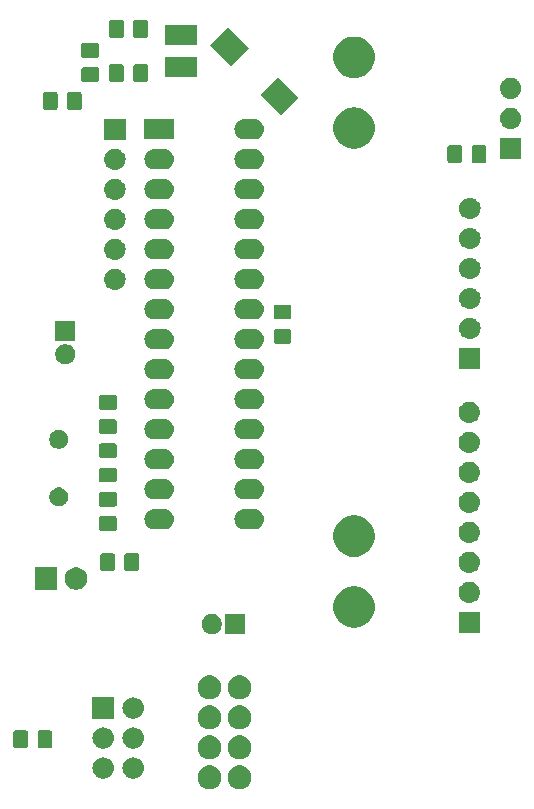
<source format=gbs>
G04 #@! TF.GenerationSoftware,KiCad,Pcbnew,5.0.1-33cea8e~68~ubuntu18.04.1*
G04 #@! TF.CreationDate,2018-11-23T15:34:50-05:00*
G04 #@! TF.ProjectId,samn,73616D6E2E6B696361645F7063620000,6*
G04 #@! TF.SameCoordinates,Original*
G04 #@! TF.FileFunction,Soldermask,Bot*
G04 #@! TF.FilePolarity,Negative*
%FSLAX46Y46*%
G04 Gerber Fmt 4.6, Leading zero omitted, Abs format (unit mm)*
G04 Created by KiCad (PCBNEW 5.0.1-33cea8e~68~ubuntu18.04.1) date Fri 23 Nov 2018 03:34:50 PM EST*
%MOMM*%
%LPD*%
G01*
G04 APERTURE LIST*
%ADD10C,0.100000*%
G04 APERTURE END LIST*
D10*
G36*
X41081981Y-84157468D02*
X41264150Y-84232925D01*
X41428103Y-84342475D01*
X41567525Y-84481897D01*
X41677075Y-84645850D01*
X41752532Y-84828019D01*
X41791000Y-85021410D01*
X41791000Y-85218590D01*
X41752532Y-85411981D01*
X41677075Y-85594150D01*
X41567525Y-85758103D01*
X41428103Y-85897525D01*
X41264150Y-86007075D01*
X41081981Y-86082532D01*
X40888590Y-86121000D01*
X40691410Y-86121000D01*
X40498019Y-86082532D01*
X40315850Y-86007075D01*
X40151897Y-85897525D01*
X40012475Y-85758103D01*
X39902925Y-85594150D01*
X39827468Y-85411981D01*
X39789000Y-85218590D01*
X39789000Y-85021410D01*
X39827468Y-84828019D01*
X39902925Y-84645850D01*
X40012475Y-84481897D01*
X40151897Y-84342475D01*
X40315850Y-84232925D01*
X40498019Y-84157468D01*
X40691410Y-84119000D01*
X40888590Y-84119000D01*
X41081981Y-84157468D01*
X41081981Y-84157468D01*
G37*
G36*
X38541981Y-84157468D02*
X38724150Y-84232925D01*
X38888103Y-84342475D01*
X39027525Y-84481897D01*
X39137075Y-84645850D01*
X39212532Y-84828019D01*
X39251000Y-85021410D01*
X39251000Y-85218590D01*
X39212532Y-85411981D01*
X39137075Y-85594150D01*
X39027525Y-85758103D01*
X38888103Y-85897525D01*
X38724150Y-86007075D01*
X38541981Y-86082532D01*
X38348590Y-86121000D01*
X38151410Y-86121000D01*
X37958019Y-86082532D01*
X37775850Y-86007075D01*
X37611897Y-85897525D01*
X37472475Y-85758103D01*
X37362925Y-85594150D01*
X37287468Y-85411981D01*
X37249000Y-85218590D01*
X37249000Y-85021410D01*
X37287468Y-84828019D01*
X37362925Y-84645850D01*
X37472475Y-84481897D01*
X37611897Y-84342475D01*
X37775850Y-84232925D01*
X37958019Y-84157468D01*
X38151410Y-84119000D01*
X38348590Y-84119000D01*
X38541981Y-84157468D01*
X38541981Y-84157468D01*
G37*
G36*
X29360443Y-83435519D02*
X29426627Y-83442037D01*
X29509163Y-83467074D01*
X29596467Y-83493557D01*
X29688091Y-83542532D01*
X29752991Y-83577222D01*
X29757594Y-83581000D01*
X29890186Y-83689814D01*
X29973448Y-83791271D01*
X30002778Y-83827009D01*
X30002779Y-83827011D01*
X30086443Y-83983533D01*
X30086443Y-83983534D01*
X30137963Y-84153373D01*
X30155359Y-84330000D01*
X30137963Y-84506627D01*
X30103616Y-84619853D01*
X30086443Y-84676467D01*
X30012348Y-84815087D01*
X30002778Y-84832991D01*
X29973448Y-84868729D01*
X29890186Y-84970186D01*
X29827768Y-85021410D01*
X29752991Y-85082778D01*
X29752989Y-85082779D01*
X29596467Y-85166443D01*
X29539853Y-85183616D01*
X29426627Y-85217963D01*
X29360443Y-85224481D01*
X29294260Y-85231000D01*
X29205740Y-85231000D01*
X29139557Y-85224481D01*
X29073373Y-85217963D01*
X28960147Y-85183616D01*
X28903533Y-85166443D01*
X28747011Y-85082779D01*
X28747009Y-85082778D01*
X28672232Y-85021410D01*
X28609814Y-84970186D01*
X28526552Y-84868729D01*
X28497222Y-84832991D01*
X28487652Y-84815087D01*
X28413557Y-84676467D01*
X28396384Y-84619853D01*
X28362037Y-84506627D01*
X28344641Y-84330000D01*
X28362037Y-84153373D01*
X28413557Y-83983534D01*
X28413557Y-83983533D01*
X28497221Y-83827011D01*
X28497222Y-83827009D01*
X28526552Y-83791271D01*
X28609814Y-83689814D01*
X28742406Y-83581000D01*
X28747009Y-83577222D01*
X28811909Y-83542532D01*
X28903533Y-83493557D01*
X28990837Y-83467074D01*
X29073373Y-83442037D01*
X29139557Y-83435519D01*
X29205740Y-83429000D01*
X29294260Y-83429000D01*
X29360443Y-83435519D01*
X29360443Y-83435519D01*
G37*
G36*
X31900443Y-83435519D02*
X31966627Y-83442037D01*
X32049163Y-83467074D01*
X32136467Y-83493557D01*
X32228091Y-83542532D01*
X32292991Y-83577222D01*
X32297594Y-83581000D01*
X32430186Y-83689814D01*
X32513448Y-83791271D01*
X32542778Y-83827009D01*
X32542779Y-83827011D01*
X32626443Y-83983533D01*
X32626443Y-83983534D01*
X32677963Y-84153373D01*
X32695359Y-84330000D01*
X32677963Y-84506627D01*
X32643616Y-84619853D01*
X32626443Y-84676467D01*
X32552348Y-84815087D01*
X32542778Y-84832991D01*
X32513448Y-84868729D01*
X32430186Y-84970186D01*
X32367768Y-85021410D01*
X32292991Y-85082778D01*
X32292989Y-85082779D01*
X32136467Y-85166443D01*
X32079853Y-85183616D01*
X31966627Y-85217963D01*
X31900443Y-85224481D01*
X31834260Y-85231000D01*
X31745740Y-85231000D01*
X31679557Y-85224481D01*
X31613373Y-85217963D01*
X31500147Y-85183616D01*
X31443533Y-85166443D01*
X31287011Y-85082779D01*
X31287009Y-85082778D01*
X31212232Y-85021410D01*
X31149814Y-84970186D01*
X31066552Y-84868729D01*
X31037222Y-84832991D01*
X31027652Y-84815087D01*
X30953557Y-84676467D01*
X30936384Y-84619853D01*
X30902037Y-84506627D01*
X30884641Y-84330000D01*
X30902037Y-84153373D01*
X30953557Y-83983534D01*
X30953557Y-83983533D01*
X31037221Y-83827011D01*
X31037222Y-83827009D01*
X31066552Y-83791271D01*
X31149814Y-83689814D01*
X31282406Y-83581000D01*
X31287009Y-83577222D01*
X31351909Y-83542532D01*
X31443533Y-83493557D01*
X31530837Y-83467074D01*
X31613373Y-83442037D01*
X31679557Y-83435519D01*
X31745740Y-83429000D01*
X31834260Y-83429000D01*
X31900443Y-83435519D01*
X31900443Y-83435519D01*
G37*
G36*
X41081981Y-81617468D02*
X41264150Y-81692925D01*
X41428103Y-81802475D01*
X41567525Y-81941897D01*
X41677075Y-82105850D01*
X41752532Y-82288019D01*
X41791000Y-82481410D01*
X41791000Y-82678590D01*
X41752532Y-82871981D01*
X41677075Y-83054150D01*
X41567525Y-83218103D01*
X41428103Y-83357525D01*
X41264150Y-83467075D01*
X41081981Y-83542532D01*
X40888590Y-83581000D01*
X40691410Y-83581000D01*
X40498019Y-83542532D01*
X40315850Y-83467075D01*
X40151897Y-83357525D01*
X40012475Y-83218103D01*
X39902925Y-83054150D01*
X39827468Y-82871981D01*
X39789000Y-82678590D01*
X39789000Y-82481410D01*
X39827468Y-82288019D01*
X39902925Y-82105850D01*
X40012475Y-81941897D01*
X40151897Y-81802475D01*
X40315850Y-81692925D01*
X40498019Y-81617468D01*
X40691410Y-81579000D01*
X40888590Y-81579000D01*
X41081981Y-81617468D01*
X41081981Y-81617468D01*
G37*
G36*
X38541981Y-81617468D02*
X38724150Y-81692925D01*
X38888103Y-81802475D01*
X39027525Y-81941897D01*
X39137075Y-82105850D01*
X39212532Y-82288019D01*
X39251000Y-82481410D01*
X39251000Y-82678590D01*
X39212532Y-82871981D01*
X39137075Y-83054150D01*
X39027525Y-83218103D01*
X38888103Y-83357525D01*
X38724150Y-83467075D01*
X38541981Y-83542532D01*
X38348590Y-83581000D01*
X38151410Y-83581000D01*
X37958019Y-83542532D01*
X37775850Y-83467075D01*
X37611897Y-83357525D01*
X37472475Y-83218103D01*
X37362925Y-83054150D01*
X37287468Y-82871981D01*
X37249000Y-82678590D01*
X37249000Y-82481410D01*
X37287468Y-82288019D01*
X37362925Y-82105850D01*
X37472475Y-81941897D01*
X37611897Y-81802475D01*
X37775850Y-81692925D01*
X37958019Y-81617468D01*
X38151410Y-81579000D01*
X38348590Y-81579000D01*
X38541981Y-81617468D01*
X38541981Y-81617468D01*
G37*
G36*
X31900442Y-80895518D02*
X31966627Y-80902037D01*
X32049163Y-80927074D01*
X32136467Y-80953557D01*
X32228091Y-81002532D01*
X32292991Y-81037222D01*
X32297594Y-81041000D01*
X32430186Y-81149814D01*
X32503293Y-81238897D01*
X32542778Y-81287009D01*
X32542779Y-81287011D01*
X32626443Y-81443533D01*
X32626443Y-81443534D01*
X32677963Y-81613373D01*
X32695359Y-81790000D01*
X32677963Y-81966627D01*
X32643616Y-82079853D01*
X32626443Y-82136467D01*
X32552348Y-82275087D01*
X32542778Y-82292991D01*
X32513448Y-82328729D01*
X32430186Y-82430186D01*
X32358913Y-82488677D01*
X32292991Y-82542778D01*
X32292989Y-82542779D01*
X32136467Y-82626443D01*
X32079853Y-82643616D01*
X31966627Y-82677963D01*
X31900443Y-82684481D01*
X31834260Y-82691000D01*
X31745740Y-82691000D01*
X31679557Y-82684481D01*
X31613373Y-82677963D01*
X31500147Y-82643616D01*
X31443533Y-82626443D01*
X31287011Y-82542779D01*
X31287009Y-82542778D01*
X31221087Y-82488677D01*
X31149814Y-82430186D01*
X31066552Y-82328729D01*
X31037222Y-82292991D01*
X31027652Y-82275087D01*
X30953557Y-82136467D01*
X30936384Y-82079853D01*
X30902037Y-81966627D01*
X30884641Y-81790000D01*
X30902037Y-81613373D01*
X30953557Y-81443534D01*
X30953557Y-81443533D01*
X31037221Y-81287011D01*
X31037222Y-81287009D01*
X31076707Y-81238897D01*
X31149814Y-81149814D01*
X31282406Y-81041000D01*
X31287009Y-81037222D01*
X31351909Y-81002532D01*
X31443533Y-80953557D01*
X31530837Y-80927074D01*
X31613373Y-80902037D01*
X31679558Y-80895518D01*
X31745740Y-80889000D01*
X31834260Y-80889000D01*
X31900442Y-80895518D01*
X31900442Y-80895518D01*
G37*
G36*
X29360442Y-80895518D02*
X29426627Y-80902037D01*
X29509163Y-80927074D01*
X29596467Y-80953557D01*
X29688091Y-81002532D01*
X29752991Y-81037222D01*
X29757594Y-81041000D01*
X29890186Y-81149814D01*
X29963293Y-81238897D01*
X30002778Y-81287009D01*
X30002779Y-81287011D01*
X30086443Y-81443533D01*
X30086443Y-81443534D01*
X30137963Y-81613373D01*
X30155359Y-81790000D01*
X30137963Y-81966627D01*
X30103616Y-82079853D01*
X30086443Y-82136467D01*
X30012348Y-82275087D01*
X30002778Y-82292991D01*
X29973448Y-82328729D01*
X29890186Y-82430186D01*
X29818913Y-82488677D01*
X29752991Y-82542778D01*
X29752989Y-82542779D01*
X29596467Y-82626443D01*
X29539853Y-82643616D01*
X29426627Y-82677963D01*
X29360443Y-82684481D01*
X29294260Y-82691000D01*
X29205740Y-82691000D01*
X29139557Y-82684481D01*
X29073373Y-82677963D01*
X28960147Y-82643616D01*
X28903533Y-82626443D01*
X28747011Y-82542779D01*
X28747009Y-82542778D01*
X28681087Y-82488677D01*
X28609814Y-82430186D01*
X28526552Y-82328729D01*
X28497222Y-82292991D01*
X28487652Y-82275087D01*
X28413557Y-82136467D01*
X28396384Y-82079853D01*
X28362037Y-81966627D01*
X28344641Y-81790000D01*
X28362037Y-81613373D01*
X28413557Y-81443534D01*
X28413557Y-81443533D01*
X28497221Y-81287011D01*
X28497222Y-81287009D01*
X28536707Y-81238897D01*
X28609814Y-81149814D01*
X28742406Y-81041000D01*
X28747009Y-81037222D01*
X28811909Y-81002532D01*
X28903533Y-80953557D01*
X28990837Y-80927074D01*
X29073373Y-80902037D01*
X29139558Y-80895518D01*
X29205740Y-80889000D01*
X29294260Y-80889000D01*
X29360442Y-80895518D01*
X29360442Y-80895518D01*
G37*
G36*
X24788677Y-81153465D02*
X24826364Y-81164898D01*
X24861103Y-81183466D01*
X24891548Y-81208452D01*
X24916534Y-81238897D01*
X24935102Y-81273636D01*
X24946535Y-81311323D01*
X24951000Y-81356661D01*
X24951000Y-82443339D01*
X24946535Y-82488677D01*
X24935102Y-82526364D01*
X24916534Y-82561103D01*
X24891548Y-82591548D01*
X24861103Y-82616534D01*
X24826364Y-82635102D01*
X24788677Y-82646535D01*
X24743339Y-82651000D01*
X23906661Y-82651000D01*
X23861323Y-82646535D01*
X23823636Y-82635102D01*
X23788897Y-82616534D01*
X23758452Y-82591548D01*
X23733466Y-82561103D01*
X23714898Y-82526364D01*
X23703465Y-82488677D01*
X23699000Y-82443339D01*
X23699000Y-81356661D01*
X23703465Y-81311323D01*
X23714898Y-81273636D01*
X23733466Y-81238897D01*
X23758452Y-81208452D01*
X23788897Y-81183466D01*
X23823636Y-81164898D01*
X23861323Y-81153465D01*
X23906661Y-81149000D01*
X24743339Y-81149000D01*
X24788677Y-81153465D01*
X24788677Y-81153465D01*
G37*
G36*
X22738677Y-81153465D02*
X22776364Y-81164898D01*
X22811103Y-81183466D01*
X22841548Y-81208452D01*
X22866534Y-81238897D01*
X22885102Y-81273636D01*
X22896535Y-81311323D01*
X22901000Y-81356661D01*
X22901000Y-82443339D01*
X22896535Y-82488677D01*
X22885102Y-82526364D01*
X22866534Y-82561103D01*
X22841548Y-82591548D01*
X22811103Y-82616534D01*
X22776364Y-82635102D01*
X22738677Y-82646535D01*
X22693339Y-82651000D01*
X21856661Y-82651000D01*
X21811323Y-82646535D01*
X21773636Y-82635102D01*
X21738897Y-82616534D01*
X21708452Y-82591548D01*
X21683466Y-82561103D01*
X21664898Y-82526364D01*
X21653465Y-82488677D01*
X21649000Y-82443339D01*
X21649000Y-81356661D01*
X21653465Y-81311323D01*
X21664898Y-81273636D01*
X21683466Y-81238897D01*
X21708452Y-81208452D01*
X21738897Y-81183466D01*
X21773636Y-81164898D01*
X21811323Y-81153465D01*
X21856661Y-81149000D01*
X22693339Y-81149000D01*
X22738677Y-81153465D01*
X22738677Y-81153465D01*
G37*
G36*
X38541981Y-79077468D02*
X38724150Y-79152925D01*
X38888103Y-79262475D01*
X39027525Y-79401897D01*
X39137075Y-79565850D01*
X39212532Y-79748019D01*
X39251000Y-79941410D01*
X39251000Y-80138590D01*
X39212532Y-80331981D01*
X39137075Y-80514150D01*
X39027525Y-80678103D01*
X38888103Y-80817525D01*
X38724150Y-80927075D01*
X38541981Y-81002532D01*
X38348590Y-81041000D01*
X38151410Y-81041000D01*
X37958019Y-81002532D01*
X37775850Y-80927075D01*
X37611897Y-80817525D01*
X37472475Y-80678103D01*
X37362925Y-80514150D01*
X37287468Y-80331981D01*
X37249000Y-80138590D01*
X37249000Y-79941410D01*
X37287468Y-79748019D01*
X37362925Y-79565850D01*
X37472475Y-79401897D01*
X37611897Y-79262475D01*
X37775850Y-79152925D01*
X37958019Y-79077468D01*
X38151410Y-79039000D01*
X38348590Y-79039000D01*
X38541981Y-79077468D01*
X38541981Y-79077468D01*
G37*
G36*
X41081981Y-79077468D02*
X41264150Y-79152925D01*
X41428103Y-79262475D01*
X41567525Y-79401897D01*
X41677075Y-79565850D01*
X41752532Y-79748019D01*
X41791000Y-79941410D01*
X41791000Y-80138590D01*
X41752532Y-80331981D01*
X41677075Y-80514150D01*
X41567525Y-80678103D01*
X41428103Y-80817525D01*
X41264150Y-80927075D01*
X41081981Y-81002532D01*
X40888590Y-81041000D01*
X40691410Y-81041000D01*
X40498019Y-81002532D01*
X40315850Y-80927075D01*
X40151897Y-80817525D01*
X40012475Y-80678103D01*
X39902925Y-80514150D01*
X39827468Y-80331981D01*
X39789000Y-80138590D01*
X39789000Y-79941410D01*
X39827468Y-79748019D01*
X39902925Y-79565850D01*
X40012475Y-79401897D01*
X40151897Y-79262475D01*
X40315850Y-79152925D01*
X40498019Y-79077468D01*
X40691410Y-79039000D01*
X40888590Y-79039000D01*
X41081981Y-79077468D01*
X41081981Y-79077468D01*
G37*
G36*
X31900443Y-78355519D02*
X31966627Y-78362037D01*
X32049163Y-78387074D01*
X32136467Y-78413557D01*
X32228091Y-78462532D01*
X32292991Y-78497222D01*
X32297594Y-78501000D01*
X32430186Y-78609814D01*
X32513448Y-78711271D01*
X32542778Y-78747009D01*
X32542779Y-78747011D01*
X32626443Y-78903533D01*
X32626443Y-78903534D01*
X32677963Y-79073373D01*
X32695359Y-79250000D01*
X32677963Y-79426627D01*
X32643616Y-79539853D01*
X32626443Y-79596467D01*
X32552348Y-79735087D01*
X32542778Y-79752991D01*
X32513448Y-79788729D01*
X32430186Y-79890186D01*
X32367768Y-79941410D01*
X32292991Y-80002778D01*
X32292989Y-80002779D01*
X32136467Y-80086443D01*
X32079853Y-80103616D01*
X31966627Y-80137963D01*
X31900443Y-80144481D01*
X31834260Y-80151000D01*
X31745740Y-80151000D01*
X31679557Y-80144481D01*
X31613373Y-80137963D01*
X31500147Y-80103616D01*
X31443533Y-80086443D01*
X31287011Y-80002779D01*
X31287009Y-80002778D01*
X31212232Y-79941410D01*
X31149814Y-79890186D01*
X31066552Y-79788729D01*
X31037222Y-79752991D01*
X31027652Y-79735087D01*
X30953557Y-79596467D01*
X30936384Y-79539853D01*
X30902037Y-79426627D01*
X30884641Y-79250000D01*
X30902037Y-79073373D01*
X30953557Y-78903534D01*
X30953557Y-78903533D01*
X31037221Y-78747011D01*
X31037222Y-78747009D01*
X31066552Y-78711271D01*
X31149814Y-78609814D01*
X31282406Y-78501000D01*
X31287009Y-78497222D01*
X31351909Y-78462532D01*
X31443533Y-78413557D01*
X31530837Y-78387074D01*
X31613373Y-78362037D01*
X31679557Y-78355519D01*
X31745740Y-78349000D01*
X31834260Y-78349000D01*
X31900443Y-78355519D01*
X31900443Y-78355519D01*
G37*
G36*
X30151000Y-80151000D02*
X28349000Y-80151000D01*
X28349000Y-78349000D01*
X30151000Y-78349000D01*
X30151000Y-80151000D01*
X30151000Y-80151000D01*
G37*
G36*
X41081981Y-76537468D02*
X41264150Y-76612925D01*
X41428103Y-76722475D01*
X41567525Y-76861897D01*
X41677075Y-77025850D01*
X41752532Y-77208019D01*
X41791000Y-77401410D01*
X41791000Y-77598590D01*
X41752532Y-77791981D01*
X41677075Y-77974150D01*
X41567525Y-78138103D01*
X41428103Y-78277525D01*
X41264150Y-78387075D01*
X41081981Y-78462532D01*
X40888590Y-78501000D01*
X40691410Y-78501000D01*
X40498019Y-78462532D01*
X40315850Y-78387075D01*
X40151897Y-78277525D01*
X40012475Y-78138103D01*
X39902925Y-77974150D01*
X39827468Y-77791981D01*
X39789000Y-77598590D01*
X39789000Y-77401410D01*
X39827468Y-77208019D01*
X39902925Y-77025850D01*
X40012475Y-76861897D01*
X40151897Y-76722475D01*
X40315850Y-76612925D01*
X40498019Y-76537468D01*
X40691410Y-76499000D01*
X40888590Y-76499000D01*
X41081981Y-76537468D01*
X41081981Y-76537468D01*
G37*
G36*
X38541981Y-76537468D02*
X38724150Y-76612925D01*
X38888103Y-76722475D01*
X39027525Y-76861897D01*
X39137075Y-77025850D01*
X39212532Y-77208019D01*
X39251000Y-77401410D01*
X39251000Y-77598590D01*
X39212532Y-77791981D01*
X39137075Y-77974150D01*
X39027525Y-78138103D01*
X38888103Y-78277525D01*
X38724150Y-78387075D01*
X38541981Y-78462532D01*
X38348590Y-78501000D01*
X38151410Y-78501000D01*
X37958019Y-78462532D01*
X37775850Y-78387075D01*
X37611897Y-78277525D01*
X37472475Y-78138103D01*
X37362925Y-77974150D01*
X37287468Y-77791981D01*
X37249000Y-77598590D01*
X37249000Y-77401410D01*
X37287468Y-77208019D01*
X37362925Y-77025850D01*
X37472475Y-76861897D01*
X37611897Y-76722475D01*
X37775850Y-76612925D01*
X37958019Y-76537468D01*
X38151410Y-76499000D01*
X38348590Y-76499000D01*
X38541981Y-76537468D01*
X38541981Y-76537468D01*
G37*
G36*
X41301000Y-73001000D02*
X39599000Y-73001000D01*
X39599000Y-71299000D01*
X41301000Y-71299000D01*
X41301000Y-73001000D01*
X41301000Y-73001000D01*
G37*
G36*
X38698228Y-71331703D02*
X38853100Y-71395853D01*
X38992481Y-71488985D01*
X39111015Y-71607519D01*
X39204147Y-71746900D01*
X39268297Y-71901772D01*
X39301000Y-72066184D01*
X39301000Y-72233816D01*
X39268297Y-72398228D01*
X39204147Y-72553100D01*
X39111015Y-72692481D01*
X38992481Y-72811015D01*
X38853100Y-72904147D01*
X38698228Y-72968297D01*
X38533816Y-73001000D01*
X38366184Y-73001000D01*
X38201772Y-72968297D01*
X38046900Y-72904147D01*
X37907519Y-72811015D01*
X37788985Y-72692481D01*
X37695853Y-72553100D01*
X37631703Y-72398228D01*
X37599000Y-72233816D01*
X37599000Y-72066184D01*
X37631703Y-71901772D01*
X37695853Y-71746900D01*
X37788985Y-71607519D01*
X37907519Y-71488985D01*
X38046900Y-71395853D01*
X38201772Y-71331703D01*
X38366184Y-71299000D01*
X38533816Y-71299000D01*
X38698228Y-71331703D01*
X38698228Y-71331703D01*
G37*
G36*
X61151000Y-72901000D02*
X59349000Y-72901000D01*
X59349000Y-71099000D01*
X61151000Y-71099000D01*
X61151000Y-72901000D01*
X61151000Y-72901000D01*
G37*
G36*
X50807774Y-68975916D02*
X51010748Y-69016290D01*
X51329409Y-69148284D01*
X51612329Y-69337326D01*
X51616200Y-69339912D01*
X51860088Y-69583800D01*
X51860090Y-69583803D01*
X52051716Y-69870591D01*
X52183710Y-70189252D01*
X52251000Y-70527542D01*
X52251000Y-70872458D01*
X52183710Y-71210748D01*
X52051716Y-71529409D01*
X52051715Y-71529410D01*
X51860088Y-71816200D01*
X51616200Y-72060088D01*
X51616197Y-72060090D01*
X51329409Y-72251716D01*
X51010748Y-72383710D01*
X50807774Y-72424084D01*
X50672460Y-72451000D01*
X50327540Y-72451000D01*
X50192226Y-72424084D01*
X49989252Y-72383710D01*
X49670591Y-72251716D01*
X49383803Y-72060090D01*
X49383800Y-72060088D01*
X49139912Y-71816200D01*
X48948285Y-71529410D01*
X48948284Y-71529409D01*
X48816290Y-71210748D01*
X48749000Y-70872458D01*
X48749000Y-70527542D01*
X48816290Y-70189252D01*
X48948284Y-69870591D01*
X49139910Y-69583803D01*
X49139912Y-69583800D01*
X49383800Y-69339912D01*
X49387671Y-69337326D01*
X49670591Y-69148284D01*
X49989252Y-69016290D01*
X50192226Y-68975916D01*
X50327540Y-68949000D01*
X50672460Y-68949000D01*
X50807774Y-68975916D01*
X50807774Y-68975916D01*
G37*
G36*
X60360442Y-68565518D02*
X60426627Y-68572037D01*
X60539853Y-68606384D01*
X60596467Y-68623557D01*
X60735087Y-68697652D01*
X60752991Y-68707222D01*
X60788729Y-68736552D01*
X60890186Y-68819814D01*
X60973448Y-68921271D01*
X61002778Y-68957009D01*
X61002779Y-68957011D01*
X61086443Y-69113533D01*
X61096984Y-69148284D01*
X61137963Y-69283373D01*
X61155359Y-69460000D01*
X61137963Y-69636627D01*
X61103616Y-69749853D01*
X61086443Y-69806467D01*
X61052168Y-69870590D01*
X61002778Y-69962991D01*
X60973448Y-69998729D01*
X60890186Y-70100186D01*
X60788729Y-70183448D01*
X60752991Y-70212778D01*
X60752989Y-70212779D01*
X60596467Y-70296443D01*
X60539853Y-70313616D01*
X60426627Y-70347963D01*
X60360443Y-70354481D01*
X60294260Y-70361000D01*
X60205740Y-70361000D01*
X60139557Y-70354481D01*
X60073373Y-70347963D01*
X59960147Y-70313616D01*
X59903533Y-70296443D01*
X59747011Y-70212779D01*
X59747009Y-70212778D01*
X59711271Y-70183448D01*
X59609814Y-70100186D01*
X59526552Y-69998729D01*
X59497222Y-69962991D01*
X59447832Y-69870590D01*
X59413557Y-69806467D01*
X59396384Y-69749853D01*
X59362037Y-69636627D01*
X59344641Y-69460000D01*
X59362037Y-69283373D01*
X59403016Y-69148284D01*
X59413557Y-69113533D01*
X59497221Y-68957011D01*
X59497222Y-68957009D01*
X59526552Y-68921271D01*
X59609814Y-68819814D01*
X59711271Y-68736552D01*
X59747009Y-68707222D01*
X59764913Y-68697652D01*
X59903533Y-68623557D01*
X59960147Y-68606384D01*
X60073373Y-68572037D01*
X60139558Y-68565518D01*
X60205740Y-68559000D01*
X60294260Y-68559000D01*
X60360442Y-68565518D01*
X60360442Y-68565518D01*
G37*
G36*
X25351000Y-69251000D02*
X23449000Y-69251000D01*
X23449000Y-67349000D01*
X25351000Y-67349000D01*
X25351000Y-69251000D01*
X25351000Y-69251000D01*
G37*
G36*
X27217396Y-67385546D02*
X27390466Y-67457234D01*
X27546230Y-67561312D01*
X27678688Y-67693770D01*
X27782766Y-67849534D01*
X27854454Y-68022604D01*
X27891000Y-68206333D01*
X27891000Y-68393667D01*
X27854454Y-68577396D01*
X27782766Y-68750466D01*
X27678688Y-68906230D01*
X27546230Y-69038688D01*
X27390466Y-69142766D01*
X27217396Y-69214454D01*
X27033667Y-69251000D01*
X26846333Y-69251000D01*
X26662604Y-69214454D01*
X26489534Y-69142766D01*
X26333770Y-69038688D01*
X26201312Y-68906230D01*
X26097234Y-68750466D01*
X26025546Y-68577396D01*
X25989000Y-68393667D01*
X25989000Y-68206333D01*
X26025546Y-68022604D01*
X26097234Y-67849534D01*
X26201312Y-67693770D01*
X26333770Y-67561312D01*
X26489534Y-67457234D01*
X26662604Y-67385546D01*
X26846333Y-67349000D01*
X27033667Y-67349000D01*
X27217396Y-67385546D01*
X27217396Y-67385546D01*
G37*
G36*
X60360443Y-66025519D02*
X60426627Y-66032037D01*
X60539853Y-66066384D01*
X60596467Y-66083557D01*
X60718900Y-66149000D01*
X60752991Y-66167222D01*
X60756032Y-66169718D01*
X60890186Y-66279814D01*
X60962619Y-66368075D01*
X61002778Y-66417009D01*
X61002779Y-66417011D01*
X61086443Y-66573533D01*
X61086443Y-66573534D01*
X61137963Y-66743373D01*
X61155359Y-66920000D01*
X61137963Y-67096627D01*
X61103616Y-67209853D01*
X61086443Y-67266467D01*
X61026384Y-67378827D01*
X61002778Y-67422991D01*
X60974675Y-67457234D01*
X60890186Y-67560186D01*
X60798899Y-67635102D01*
X60752991Y-67672778D01*
X60752989Y-67672779D01*
X60596467Y-67756443D01*
X60539853Y-67773616D01*
X60426627Y-67807963D01*
X60360442Y-67814482D01*
X60294260Y-67821000D01*
X60205740Y-67821000D01*
X60139558Y-67814482D01*
X60073373Y-67807963D01*
X59960147Y-67773616D01*
X59903533Y-67756443D01*
X59747011Y-67672779D01*
X59747009Y-67672778D01*
X59701101Y-67635102D01*
X59609814Y-67560186D01*
X59525325Y-67457234D01*
X59497222Y-67422991D01*
X59473616Y-67378827D01*
X59413557Y-67266467D01*
X59396384Y-67209853D01*
X59362037Y-67096627D01*
X59344641Y-66920000D01*
X59362037Y-66743373D01*
X59413557Y-66573534D01*
X59413557Y-66573533D01*
X59497221Y-66417011D01*
X59497222Y-66417009D01*
X59537381Y-66368075D01*
X59609814Y-66279814D01*
X59743968Y-66169718D01*
X59747009Y-66167222D01*
X59781100Y-66149000D01*
X59903533Y-66083557D01*
X59960147Y-66066384D01*
X60073373Y-66032037D01*
X60139557Y-66025519D01*
X60205740Y-66019000D01*
X60294260Y-66019000D01*
X60360443Y-66025519D01*
X60360443Y-66025519D01*
G37*
G36*
X32138677Y-66153465D02*
X32176364Y-66164898D01*
X32211103Y-66183466D01*
X32241548Y-66208452D01*
X32266534Y-66238897D01*
X32285102Y-66273636D01*
X32296535Y-66311323D01*
X32301000Y-66356661D01*
X32301000Y-67443339D01*
X32296535Y-67488677D01*
X32285102Y-67526364D01*
X32266534Y-67561103D01*
X32241548Y-67591548D01*
X32211103Y-67616534D01*
X32176364Y-67635102D01*
X32138677Y-67646535D01*
X32093339Y-67651000D01*
X31256661Y-67651000D01*
X31211323Y-67646535D01*
X31173636Y-67635102D01*
X31138897Y-67616534D01*
X31108452Y-67591548D01*
X31083466Y-67561103D01*
X31064898Y-67526364D01*
X31053465Y-67488677D01*
X31049000Y-67443339D01*
X31049000Y-66356661D01*
X31053465Y-66311323D01*
X31064898Y-66273636D01*
X31083466Y-66238897D01*
X31108452Y-66208452D01*
X31138897Y-66183466D01*
X31173636Y-66164898D01*
X31211323Y-66153465D01*
X31256661Y-66149000D01*
X32093339Y-66149000D01*
X32138677Y-66153465D01*
X32138677Y-66153465D01*
G37*
G36*
X30088677Y-66153465D02*
X30126364Y-66164898D01*
X30161103Y-66183466D01*
X30191548Y-66208452D01*
X30216534Y-66238897D01*
X30235102Y-66273636D01*
X30246535Y-66311323D01*
X30251000Y-66356661D01*
X30251000Y-67443339D01*
X30246535Y-67488677D01*
X30235102Y-67526364D01*
X30216534Y-67561103D01*
X30191548Y-67591548D01*
X30161103Y-67616534D01*
X30126364Y-67635102D01*
X30088677Y-67646535D01*
X30043339Y-67651000D01*
X29206661Y-67651000D01*
X29161323Y-67646535D01*
X29123636Y-67635102D01*
X29088897Y-67616534D01*
X29058452Y-67591548D01*
X29033466Y-67561103D01*
X29014898Y-67526364D01*
X29003465Y-67488677D01*
X28999000Y-67443339D01*
X28999000Y-66356661D01*
X29003465Y-66311323D01*
X29014898Y-66273636D01*
X29033466Y-66238897D01*
X29058452Y-66208452D01*
X29088897Y-66183466D01*
X29123636Y-66164898D01*
X29161323Y-66153465D01*
X29206661Y-66149000D01*
X30043339Y-66149000D01*
X30088677Y-66153465D01*
X30088677Y-66153465D01*
G37*
G36*
X50807774Y-62975916D02*
X51010748Y-63016290D01*
X51329409Y-63148284D01*
X51513325Y-63271173D01*
X51616200Y-63339912D01*
X51860088Y-63583800D01*
X51860090Y-63583803D01*
X52051716Y-63870591D01*
X52183710Y-64189252D01*
X52191871Y-64230282D01*
X52251000Y-64527540D01*
X52251000Y-64872460D01*
X52248905Y-64882991D01*
X52183710Y-65210748D01*
X52051716Y-65529409D01*
X52051715Y-65529410D01*
X51860088Y-65816200D01*
X51616200Y-66060088D01*
X51616197Y-66060090D01*
X51329409Y-66251716D01*
X51010748Y-66383710D01*
X50807774Y-66424084D01*
X50672460Y-66451000D01*
X50327540Y-66451000D01*
X50192226Y-66424084D01*
X49989252Y-66383710D01*
X49670591Y-66251716D01*
X49383803Y-66060090D01*
X49383800Y-66060088D01*
X49139912Y-65816200D01*
X48948285Y-65529410D01*
X48948284Y-65529409D01*
X48816290Y-65210748D01*
X48751095Y-64882991D01*
X48749000Y-64872460D01*
X48749000Y-64527540D01*
X48808129Y-64230282D01*
X48816290Y-64189252D01*
X48948284Y-63870591D01*
X49139910Y-63583803D01*
X49139912Y-63583800D01*
X49383800Y-63339912D01*
X49486675Y-63271173D01*
X49670591Y-63148284D01*
X49989252Y-63016290D01*
X50192226Y-62975916D01*
X50327540Y-62949000D01*
X50672460Y-62949000D01*
X50807774Y-62975916D01*
X50807774Y-62975916D01*
G37*
G36*
X60360442Y-63485518D02*
X60426627Y-63492037D01*
X60539853Y-63526384D01*
X60596467Y-63543557D01*
X60696897Y-63597239D01*
X60752991Y-63627222D01*
X60788729Y-63656552D01*
X60890186Y-63739814D01*
X60973448Y-63841271D01*
X61002778Y-63877009D01*
X61002779Y-63877011D01*
X61086443Y-64033533D01*
X61094478Y-64060023D01*
X61137963Y-64203373D01*
X61155359Y-64380000D01*
X61137963Y-64556627D01*
X61103616Y-64669853D01*
X61086443Y-64726467D01*
X61012348Y-64865087D01*
X61002778Y-64882991D01*
X60973448Y-64918729D01*
X60890186Y-65020186D01*
X60788729Y-65103448D01*
X60752991Y-65132778D01*
X60752989Y-65132779D01*
X60596467Y-65216443D01*
X60539853Y-65233616D01*
X60426627Y-65267963D01*
X60360442Y-65274482D01*
X60294260Y-65281000D01*
X60205740Y-65281000D01*
X60139558Y-65274482D01*
X60073373Y-65267963D01*
X59960147Y-65233616D01*
X59903533Y-65216443D01*
X59747011Y-65132779D01*
X59747009Y-65132778D01*
X59711271Y-65103448D01*
X59609814Y-65020186D01*
X59526552Y-64918729D01*
X59497222Y-64882991D01*
X59487652Y-64865087D01*
X59413557Y-64726467D01*
X59396384Y-64669853D01*
X59362037Y-64556627D01*
X59344641Y-64380000D01*
X59362037Y-64203373D01*
X59405522Y-64060023D01*
X59413557Y-64033533D01*
X59497221Y-63877011D01*
X59497222Y-63877009D01*
X59526552Y-63841271D01*
X59609814Y-63739814D01*
X59711271Y-63656552D01*
X59747009Y-63627222D01*
X59803103Y-63597239D01*
X59903533Y-63543557D01*
X59960147Y-63526384D01*
X60073373Y-63492037D01*
X60139558Y-63485518D01*
X60205740Y-63479000D01*
X60294260Y-63479000D01*
X60360442Y-63485518D01*
X60360442Y-63485518D01*
G37*
G36*
X30238677Y-63003465D02*
X30276364Y-63014898D01*
X30311103Y-63033466D01*
X30341548Y-63058452D01*
X30366534Y-63088897D01*
X30385102Y-63123636D01*
X30396535Y-63161323D01*
X30401000Y-63206661D01*
X30401000Y-64043339D01*
X30396535Y-64088677D01*
X30385102Y-64126364D01*
X30366534Y-64161103D01*
X30341548Y-64191548D01*
X30311103Y-64216534D01*
X30276364Y-64235102D01*
X30238677Y-64246535D01*
X30193339Y-64251000D01*
X29106661Y-64251000D01*
X29061323Y-64246535D01*
X29023636Y-64235102D01*
X28988897Y-64216534D01*
X28958452Y-64191548D01*
X28933466Y-64161103D01*
X28914898Y-64126364D01*
X28903465Y-64088677D01*
X28899000Y-64043339D01*
X28899000Y-63206661D01*
X28903465Y-63161323D01*
X28914898Y-63123636D01*
X28933466Y-63088897D01*
X28958452Y-63058452D01*
X28988897Y-63033466D01*
X29023636Y-63014898D01*
X29061323Y-63003465D01*
X29106661Y-62999000D01*
X30193339Y-62999000D01*
X30238677Y-63003465D01*
X30238677Y-63003465D01*
G37*
G36*
X42186821Y-62431313D02*
X42186824Y-62431314D01*
X42186825Y-62431314D01*
X42347239Y-62479975D01*
X42347241Y-62479976D01*
X42347244Y-62479977D01*
X42495078Y-62558995D01*
X42624659Y-62665341D01*
X42731005Y-62794922D01*
X42810023Y-62942756D01*
X42810024Y-62942759D01*
X42810025Y-62942761D01*
X42837540Y-63033466D01*
X42858687Y-63103179D01*
X42875117Y-63270000D01*
X42858687Y-63436821D01*
X42858686Y-63436824D01*
X42858686Y-63436825D01*
X42814101Y-63583803D01*
X42810023Y-63597244D01*
X42731005Y-63745078D01*
X42624659Y-63874659D01*
X42495078Y-63981005D01*
X42347244Y-64060023D01*
X42347241Y-64060024D01*
X42347239Y-64060025D01*
X42186825Y-64108686D01*
X42186824Y-64108686D01*
X42186821Y-64108687D01*
X42061804Y-64121000D01*
X41178196Y-64121000D01*
X41053179Y-64108687D01*
X41053176Y-64108686D01*
X41053175Y-64108686D01*
X40892761Y-64060025D01*
X40892759Y-64060024D01*
X40892756Y-64060023D01*
X40744922Y-63981005D01*
X40615341Y-63874659D01*
X40508995Y-63745078D01*
X40429977Y-63597244D01*
X40425900Y-63583803D01*
X40381314Y-63436825D01*
X40381314Y-63436824D01*
X40381313Y-63436821D01*
X40364883Y-63270000D01*
X40381313Y-63103179D01*
X40402460Y-63033466D01*
X40429975Y-62942761D01*
X40429976Y-62942759D01*
X40429977Y-62942756D01*
X40508995Y-62794922D01*
X40615341Y-62665341D01*
X40744922Y-62558995D01*
X40892756Y-62479977D01*
X40892759Y-62479976D01*
X40892761Y-62479975D01*
X41053175Y-62431314D01*
X41053176Y-62431314D01*
X41053179Y-62431313D01*
X41178196Y-62419000D01*
X42061804Y-62419000D01*
X42186821Y-62431313D01*
X42186821Y-62431313D01*
G37*
G36*
X34566821Y-62431313D02*
X34566824Y-62431314D01*
X34566825Y-62431314D01*
X34727239Y-62479975D01*
X34727241Y-62479976D01*
X34727244Y-62479977D01*
X34875078Y-62558995D01*
X35004659Y-62665341D01*
X35111005Y-62794922D01*
X35190023Y-62942756D01*
X35190024Y-62942759D01*
X35190025Y-62942761D01*
X35217540Y-63033466D01*
X35238687Y-63103179D01*
X35255117Y-63270000D01*
X35238687Y-63436821D01*
X35238686Y-63436824D01*
X35238686Y-63436825D01*
X35194101Y-63583803D01*
X35190023Y-63597244D01*
X35111005Y-63745078D01*
X35004659Y-63874659D01*
X34875078Y-63981005D01*
X34727244Y-64060023D01*
X34727241Y-64060024D01*
X34727239Y-64060025D01*
X34566825Y-64108686D01*
X34566824Y-64108686D01*
X34566821Y-64108687D01*
X34441804Y-64121000D01*
X33558196Y-64121000D01*
X33433179Y-64108687D01*
X33433176Y-64108686D01*
X33433175Y-64108686D01*
X33272761Y-64060025D01*
X33272759Y-64060024D01*
X33272756Y-64060023D01*
X33124922Y-63981005D01*
X32995341Y-63874659D01*
X32888995Y-63745078D01*
X32809977Y-63597244D01*
X32805900Y-63583803D01*
X32761314Y-63436825D01*
X32761314Y-63436824D01*
X32761313Y-63436821D01*
X32744883Y-63270000D01*
X32761313Y-63103179D01*
X32782460Y-63033466D01*
X32809975Y-62942761D01*
X32809976Y-62942759D01*
X32809977Y-62942756D01*
X32888995Y-62794922D01*
X32995341Y-62665341D01*
X33124922Y-62558995D01*
X33272756Y-62479977D01*
X33272759Y-62479976D01*
X33272761Y-62479975D01*
X33433175Y-62431314D01*
X33433176Y-62431314D01*
X33433179Y-62431313D01*
X33558196Y-62419000D01*
X34441804Y-62419000D01*
X34566821Y-62431313D01*
X34566821Y-62431313D01*
G37*
G36*
X60360443Y-60945519D02*
X60426627Y-60952037D01*
X60530235Y-60983466D01*
X60596467Y-61003557D01*
X60696897Y-61057239D01*
X60752991Y-61087222D01*
X60782358Y-61111323D01*
X60890186Y-61199814D01*
X60973314Y-61301107D01*
X61002778Y-61337009D01*
X61002779Y-61337011D01*
X61086443Y-61493533D01*
X61086443Y-61493534D01*
X61137963Y-61663373D01*
X61155359Y-61840000D01*
X61137963Y-62016627D01*
X61115755Y-62089837D01*
X61086443Y-62186467D01*
X61012348Y-62325087D01*
X61002778Y-62342991D01*
X60973448Y-62378729D01*
X60890186Y-62480186D01*
X60794154Y-62558996D01*
X60752991Y-62592778D01*
X60752989Y-62592779D01*
X60596467Y-62676443D01*
X60539853Y-62693616D01*
X60426627Y-62727963D01*
X60360443Y-62734481D01*
X60294260Y-62741000D01*
X60205740Y-62741000D01*
X60139557Y-62734481D01*
X60073373Y-62727963D01*
X59960147Y-62693616D01*
X59903533Y-62676443D01*
X59747011Y-62592779D01*
X59747009Y-62592778D01*
X59705846Y-62558996D01*
X59609814Y-62480186D01*
X59526552Y-62378729D01*
X59497222Y-62342991D01*
X59487652Y-62325087D01*
X59413557Y-62186467D01*
X59384245Y-62089837D01*
X59362037Y-62016627D01*
X59344641Y-61840000D01*
X59362037Y-61663373D01*
X59413557Y-61493534D01*
X59413557Y-61493533D01*
X59497221Y-61337011D01*
X59497222Y-61337009D01*
X59526686Y-61301107D01*
X59609814Y-61199814D01*
X59717642Y-61111323D01*
X59747009Y-61087222D01*
X59803103Y-61057239D01*
X59903533Y-61003557D01*
X59969765Y-60983466D01*
X60073373Y-60952037D01*
X60139557Y-60945519D01*
X60205740Y-60939000D01*
X60294260Y-60939000D01*
X60360443Y-60945519D01*
X60360443Y-60945519D01*
G37*
G36*
X30238677Y-60953465D02*
X30276364Y-60964898D01*
X30311103Y-60983466D01*
X30341548Y-61008452D01*
X30366534Y-61038897D01*
X30385102Y-61073636D01*
X30396535Y-61111323D01*
X30401000Y-61156661D01*
X30401000Y-61993339D01*
X30396535Y-62038677D01*
X30385102Y-62076364D01*
X30366534Y-62111103D01*
X30341548Y-62141548D01*
X30311103Y-62166534D01*
X30276364Y-62185102D01*
X30238677Y-62196535D01*
X30193339Y-62201000D01*
X29106661Y-62201000D01*
X29061323Y-62196535D01*
X29023636Y-62185102D01*
X28988897Y-62166534D01*
X28958452Y-62141548D01*
X28933466Y-62111103D01*
X28914898Y-62076364D01*
X28903465Y-62038677D01*
X28899000Y-61993339D01*
X28899000Y-61156661D01*
X28903465Y-61111323D01*
X28914898Y-61073636D01*
X28933466Y-61038897D01*
X28958452Y-61008452D01*
X28988897Y-60983466D01*
X29023636Y-60964898D01*
X29061323Y-60953465D01*
X29106661Y-60949000D01*
X30193339Y-60949000D01*
X30238677Y-60953465D01*
X30238677Y-60953465D01*
G37*
G36*
X25733643Y-60609781D02*
X25879415Y-60670162D01*
X26010611Y-60757824D01*
X26122176Y-60869389D01*
X26209838Y-61000585D01*
X26270219Y-61146357D01*
X26301000Y-61301107D01*
X26301000Y-61458893D01*
X26270219Y-61613643D01*
X26209838Y-61759415D01*
X26122176Y-61890611D01*
X26010611Y-62002176D01*
X25879415Y-62089838D01*
X25733643Y-62150219D01*
X25578893Y-62181000D01*
X25421107Y-62181000D01*
X25266357Y-62150219D01*
X25120585Y-62089838D01*
X24989389Y-62002176D01*
X24877824Y-61890611D01*
X24790162Y-61759415D01*
X24729781Y-61613643D01*
X24699000Y-61458893D01*
X24699000Y-61301107D01*
X24729781Y-61146357D01*
X24790162Y-61000585D01*
X24877824Y-60869389D01*
X24989389Y-60757824D01*
X25120585Y-60670162D01*
X25266357Y-60609781D01*
X25421107Y-60579000D01*
X25578893Y-60579000D01*
X25733643Y-60609781D01*
X25733643Y-60609781D01*
G37*
G36*
X42186821Y-59891313D02*
X42186824Y-59891314D01*
X42186825Y-59891314D01*
X42347239Y-59939975D01*
X42347241Y-59939976D01*
X42347244Y-59939977D01*
X42495078Y-60018995D01*
X42624659Y-60125341D01*
X42731005Y-60254922D01*
X42810023Y-60402756D01*
X42858687Y-60563179D01*
X42875117Y-60730000D01*
X42858687Y-60896821D01*
X42858686Y-60896824D01*
X42858686Y-60896825D01*
X42818677Y-61028718D01*
X42810023Y-61057244D01*
X42731005Y-61205078D01*
X42624659Y-61334659D01*
X42495078Y-61441005D01*
X42347244Y-61520023D01*
X42347241Y-61520024D01*
X42347239Y-61520025D01*
X42186825Y-61568686D01*
X42186824Y-61568686D01*
X42186821Y-61568687D01*
X42061804Y-61581000D01*
X41178196Y-61581000D01*
X41053179Y-61568687D01*
X41053176Y-61568686D01*
X41053175Y-61568686D01*
X40892761Y-61520025D01*
X40892759Y-61520024D01*
X40892756Y-61520023D01*
X40744922Y-61441005D01*
X40615341Y-61334659D01*
X40508995Y-61205078D01*
X40429977Y-61057244D01*
X40421324Y-61028718D01*
X40381314Y-60896825D01*
X40381314Y-60896824D01*
X40381313Y-60896821D01*
X40364883Y-60730000D01*
X40381313Y-60563179D01*
X40429977Y-60402756D01*
X40508995Y-60254922D01*
X40615341Y-60125341D01*
X40744922Y-60018995D01*
X40892756Y-59939977D01*
X40892759Y-59939976D01*
X40892761Y-59939975D01*
X41053175Y-59891314D01*
X41053176Y-59891314D01*
X41053179Y-59891313D01*
X41178196Y-59879000D01*
X42061804Y-59879000D01*
X42186821Y-59891313D01*
X42186821Y-59891313D01*
G37*
G36*
X34566821Y-59891313D02*
X34566824Y-59891314D01*
X34566825Y-59891314D01*
X34727239Y-59939975D01*
X34727241Y-59939976D01*
X34727244Y-59939977D01*
X34875078Y-60018995D01*
X35004659Y-60125341D01*
X35111005Y-60254922D01*
X35190023Y-60402756D01*
X35238687Y-60563179D01*
X35255117Y-60730000D01*
X35238687Y-60896821D01*
X35238686Y-60896824D01*
X35238686Y-60896825D01*
X35198677Y-61028718D01*
X35190023Y-61057244D01*
X35111005Y-61205078D01*
X35004659Y-61334659D01*
X34875078Y-61441005D01*
X34727244Y-61520023D01*
X34727241Y-61520024D01*
X34727239Y-61520025D01*
X34566825Y-61568686D01*
X34566824Y-61568686D01*
X34566821Y-61568687D01*
X34441804Y-61581000D01*
X33558196Y-61581000D01*
X33433179Y-61568687D01*
X33433176Y-61568686D01*
X33433175Y-61568686D01*
X33272761Y-61520025D01*
X33272759Y-61520024D01*
X33272756Y-61520023D01*
X33124922Y-61441005D01*
X32995341Y-61334659D01*
X32888995Y-61205078D01*
X32809977Y-61057244D01*
X32801324Y-61028718D01*
X32761314Y-60896825D01*
X32761314Y-60896824D01*
X32761313Y-60896821D01*
X32744883Y-60730000D01*
X32761313Y-60563179D01*
X32809977Y-60402756D01*
X32888995Y-60254922D01*
X32995341Y-60125341D01*
X33124922Y-60018995D01*
X33272756Y-59939977D01*
X33272759Y-59939976D01*
X33272761Y-59939975D01*
X33433175Y-59891314D01*
X33433176Y-59891314D01*
X33433179Y-59891313D01*
X33558196Y-59879000D01*
X34441804Y-59879000D01*
X34566821Y-59891313D01*
X34566821Y-59891313D01*
G37*
G36*
X60360442Y-58405518D02*
X60426627Y-58412037D01*
X60539853Y-58446384D01*
X60596467Y-58463557D01*
X60696897Y-58517239D01*
X60752991Y-58547222D01*
X60788729Y-58576552D01*
X60890186Y-58659814D01*
X60973448Y-58761271D01*
X61002778Y-58797009D01*
X61002779Y-58797011D01*
X61086443Y-58953533D01*
X61094478Y-58980023D01*
X61137963Y-59123373D01*
X61155359Y-59300000D01*
X61137963Y-59476627D01*
X61103616Y-59589853D01*
X61086443Y-59646467D01*
X61012348Y-59785087D01*
X61002778Y-59802991D01*
X60973448Y-59838729D01*
X60890186Y-59940186D01*
X60794154Y-60018996D01*
X60752991Y-60052778D01*
X60752989Y-60052779D01*
X60596467Y-60136443D01*
X60565719Y-60145770D01*
X60426627Y-60187963D01*
X60360443Y-60194481D01*
X60294260Y-60201000D01*
X60205740Y-60201000D01*
X60139557Y-60194481D01*
X60073373Y-60187963D01*
X59934281Y-60145770D01*
X59903533Y-60136443D01*
X59747011Y-60052779D01*
X59747009Y-60052778D01*
X59705846Y-60018996D01*
X59609814Y-59940186D01*
X59526552Y-59838729D01*
X59497222Y-59802991D01*
X59487652Y-59785087D01*
X59413557Y-59646467D01*
X59396384Y-59589853D01*
X59362037Y-59476627D01*
X59344641Y-59300000D01*
X59362037Y-59123373D01*
X59405522Y-58980023D01*
X59413557Y-58953533D01*
X59497221Y-58797011D01*
X59497222Y-58797009D01*
X59526552Y-58761271D01*
X59609814Y-58659814D01*
X59711271Y-58576552D01*
X59747009Y-58547222D01*
X59803103Y-58517239D01*
X59903533Y-58463557D01*
X59960147Y-58446384D01*
X60073373Y-58412037D01*
X60139558Y-58405518D01*
X60205740Y-58399000D01*
X60294260Y-58399000D01*
X60360442Y-58405518D01*
X60360442Y-58405518D01*
G37*
G36*
X30238677Y-58903465D02*
X30276364Y-58914898D01*
X30311103Y-58933466D01*
X30341548Y-58958452D01*
X30366534Y-58988897D01*
X30385102Y-59023636D01*
X30396535Y-59061323D01*
X30401000Y-59106661D01*
X30401000Y-59943339D01*
X30396535Y-59988677D01*
X30385102Y-60026364D01*
X30366534Y-60061103D01*
X30341548Y-60091548D01*
X30311103Y-60116534D01*
X30276364Y-60135102D01*
X30238677Y-60146535D01*
X30193339Y-60151000D01*
X29106661Y-60151000D01*
X29061323Y-60146535D01*
X29023636Y-60135102D01*
X28988897Y-60116534D01*
X28958452Y-60091548D01*
X28933466Y-60061103D01*
X28914898Y-60026364D01*
X28903465Y-59988677D01*
X28899000Y-59943339D01*
X28899000Y-59106661D01*
X28903465Y-59061323D01*
X28914898Y-59023636D01*
X28933466Y-58988897D01*
X28958452Y-58958452D01*
X28988897Y-58933466D01*
X29023636Y-58914898D01*
X29061323Y-58903465D01*
X29106661Y-58899000D01*
X30193339Y-58899000D01*
X30238677Y-58903465D01*
X30238677Y-58903465D01*
G37*
G36*
X42186821Y-57351313D02*
X42186824Y-57351314D01*
X42186825Y-57351314D01*
X42347239Y-57399975D01*
X42347241Y-57399976D01*
X42347244Y-57399977D01*
X42495078Y-57478995D01*
X42624659Y-57585341D01*
X42731005Y-57714922D01*
X42810023Y-57862756D01*
X42810024Y-57862759D01*
X42810025Y-57862761D01*
X42855024Y-58011103D01*
X42858687Y-58023179D01*
X42875117Y-58190000D01*
X42858687Y-58356821D01*
X42858686Y-58356824D01*
X42858686Y-58356825D01*
X42841938Y-58412037D01*
X42810023Y-58517244D01*
X42731005Y-58665078D01*
X42624659Y-58794659D01*
X42495078Y-58901005D01*
X42347244Y-58980023D01*
X42347241Y-58980024D01*
X42347239Y-58980025D01*
X42186825Y-59028686D01*
X42186824Y-59028686D01*
X42186821Y-59028687D01*
X42061804Y-59041000D01*
X41178196Y-59041000D01*
X41053179Y-59028687D01*
X41053176Y-59028686D01*
X41053175Y-59028686D01*
X40892761Y-58980025D01*
X40892759Y-58980024D01*
X40892756Y-58980023D01*
X40744922Y-58901005D01*
X40615341Y-58794659D01*
X40508995Y-58665078D01*
X40429977Y-58517244D01*
X40398063Y-58412037D01*
X40381314Y-58356825D01*
X40381314Y-58356824D01*
X40381313Y-58356821D01*
X40364883Y-58190000D01*
X40381313Y-58023179D01*
X40384976Y-58011103D01*
X40429975Y-57862761D01*
X40429976Y-57862759D01*
X40429977Y-57862756D01*
X40508995Y-57714922D01*
X40615341Y-57585341D01*
X40744922Y-57478995D01*
X40892756Y-57399977D01*
X40892759Y-57399976D01*
X40892761Y-57399975D01*
X41053175Y-57351314D01*
X41053176Y-57351314D01*
X41053179Y-57351313D01*
X41178196Y-57339000D01*
X42061804Y-57339000D01*
X42186821Y-57351313D01*
X42186821Y-57351313D01*
G37*
G36*
X34566821Y-57351313D02*
X34566824Y-57351314D01*
X34566825Y-57351314D01*
X34727239Y-57399975D01*
X34727241Y-57399976D01*
X34727244Y-57399977D01*
X34875078Y-57478995D01*
X35004659Y-57585341D01*
X35111005Y-57714922D01*
X35190023Y-57862756D01*
X35190024Y-57862759D01*
X35190025Y-57862761D01*
X35235024Y-58011103D01*
X35238687Y-58023179D01*
X35255117Y-58190000D01*
X35238687Y-58356821D01*
X35238686Y-58356824D01*
X35238686Y-58356825D01*
X35221938Y-58412037D01*
X35190023Y-58517244D01*
X35111005Y-58665078D01*
X35004659Y-58794659D01*
X34875078Y-58901005D01*
X34727244Y-58980023D01*
X34727241Y-58980024D01*
X34727239Y-58980025D01*
X34566825Y-59028686D01*
X34566824Y-59028686D01*
X34566821Y-59028687D01*
X34441804Y-59041000D01*
X33558196Y-59041000D01*
X33433179Y-59028687D01*
X33433176Y-59028686D01*
X33433175Y-59028686D01*
X33272761Y-58980025D01*
X33272759Y-58980024D01*
X33272756Y-58980023D01*
X33124922Y-58901005D01*
X32995341Y-58794659D01*
X32888995Y-58665078D01*
X32809977Y-58517244D01*
X32778063Y-58412037D01*
X32761314Y-58356825D01*
X32761314Y-58356824D01*
X32761313Y-58356821D01*
X32744883Y-58190000D01*
X32761313Y-58023179D01*
X32764976Y-58011103D01*
X32809975Y-57862761D01*
X32809976Y-57862759D01*
X32809977Y-57862756D01*
X32888995Y-57714922D01*
X32995341Y-57585341D01*
X33124922Y-57478995D01*
X33272756Y-57399977D01*
X33272759Y-57399976D01*
X33272761Y-57399975D01*
X33433175Y-57351314D01*
X33433176Y-57351314D01*
X33433179Y-57351313D01*
X33558196Y-57339000D01*
X34441804Y-57339000D01*
X34566821Y-57351313D01*
X34566821Y-57351313D01*
G37*
G36*
X30238677Y-56853465D02*
X30276364Y-56864898D01*
X30311103Y-56883466D01*
X30341548Y-56908452D01*
X30366534Y-56938897D01*
X30385102Y-56973636D01*
X30396535Y-57011323D01*
X30401000Y-57056661D01*
X30401000Y-57893339D01*
X30396535Y-57938677D01*
X30385102Y-57976364D01*
X30366534Y-58011103D01*
X30341548Y-58041548D01*
X30311103Y-58066534D01*
X30276364Y-58085102D01*
X30238677Y-58096535D01*
X30193339Y-58101000D01*
X29106661Y-58101000D01*
X29061323Y-58096535D01*
X29023636Y-58085102D01*
X28988897Y-58066534D01*
X28958452Y-58041548D01*
X28933466Y-58011103D01*
X28914898Y-57976364D01*
X28903465Y-57938677D01*
X28899000Y-57893339D01*
X28899000Y-57056661D01*
X28903465Y-57011323D01*
X28914898Y-56973636D01*
X28933466Y-56938897D01*
X28958452Y-56908452D01*
X28988897Y-56883466D01*
X29023636Y-56864898D01*
X29061323Y-56853465D01*
X29106661Y-56849000D01*
X30193339Y-56849000D01*
X30238677Y-56853465D01*
X30238677Y-56853465D01*
G37*
G36*
X60360443Y-55865519D02*
X60426627Y-55872037D01*
X60539853Y-55906384D01*
X60596467Y-55923557D01*
X60685753Y-55971282D01*
X60752991Y-56007222D01*
X60781089Y-56030282D01*
X60890186Y-56119814D01*
X60973448Y-56221271D01*
X61002778Y-56257009D01*
X61002779Y-56257011D01*
X61086443Y-56413533D01*
X61088741Y-56421108D01*
X61137963Y-56583373D01*
X61155359Y-56760000D01*
X61137963Y-56936627D01*
X61137274Y-56938897D01*
X61086443Y-57106467D01*
X61078582Y-57121173D01*
X61002778Y-57262991D01*
X60996846Y-57270219D01*
X60890186Y-57400186D01*
X60794154Y-57478996D01*
X60752991Y-57512778D01*
X60752989Y-57512779D01*
X60596467Y-57596443D01*
X60539853Y-57613616D01*
X60426627Y-57647963D01*
X60360442Y-57654482D01*
X60294260Y-57661000D01*
X60205740Y-57661000D01*
X60139558Y-57654482D01*
X60073373Y-57647963D01*
X59960147Y-57613616D01*
X59903533Y-57596443D01*
X59747011Y-57512779D01*
X59747009Y-57512778D01*
X59705846Y-57478996D01*
X59609814Y-57400186D01*
X59503154Y-57270219D01*
X59497222Y-57262991D01*
X59421418Y-57121173D01*
X59413557Y-57106467D01*
X59362726Y-56938897D01*
X59362037Y-56936627D01*
X59344641Y-56760000D01*
X59362037Y-56583373D01*
X59411259Y-56421108D01*
X59413557Y-56413533D01*
X59497221Y-56257011D01*
X59497222Y-56257009D01*
X59526552Y-56221271D01*
X59609814Y-56119814D01*
X59718911Y-56030282D01*
X59747009Y-56007222D01*
X59814247Y-55971282D01*
X59903533Y-55923557D01*
X59960147Y-55906384D01*
X60073373Y-55872037D01*
X60139557Y-55865519D01*
X60205740Y-55859000D01*
X60294260Y-55859000D01*
X60360443Y-55865519D01*
X60360443Y-55865519D01*
G37*
G36*
X25733643Y-55729781D02*
X25879415Y-55790162D01*
X26010611Y-55877824D01*
X26122176Y-55989389D01*
X26209838Y-56120585D01*
X26270219Y-56266357D01*
X26301000Y-56421107D01*
X26301000Y-56578893D01*
X26270219Y-56733643D01*
X26209838Y-56879415D01*
X26122176Y-57010611D01*
X26010611Y-57122176D01*
X25879415Y-57209838D01*
X25733643Y-57270219D01*
X25578893Y-57301000D01*
X25421107Y-57301000D01*
X25266357Y-57270219D01*
X25120585Y-57209838D01*
X24989389Y-57122176D01*
X24877824Y-57010611D01*
X24790162Y-56879415D01*
X24729781Y-56733643D01*
X24699000Y-56578893D01*
X24699000Y-56421107D01*
X24729781Y-56266357D01*
X24790162Y-56120585D01*
X24877824Y-55989389D01*
X24989389Y-55877824D01*
X25120585Y-55790162D01*
X25266357Y-55729781D01*
X25421107Y-55699000D01*
X25578893Y-55699000D01*
X25733643Y-55729781D01*
X25733643Y-55729781D01*
G37*
G36*
X34566821Y-54811313D02*
X34566824Y-54811314D01*
X34566825Y-54811314D01*
X34727239Y-54859975D01*
X34727241Y-54859976D01*
X34727244Y-54859977D01*
X34875078Y-54938995D01*
X35004659Y-55045341D01*
X35111005Y-55174922D01*
X35190023Y-55322756D01*
X35238687Y-55483179D01*
X35255117Y-55650000D01*
X35238687Y-55816821D01*
X35238686Y-55816824D01*
X35238686Y-55816825D01*
X35194920Y-55961103D01*
X35190023Y-55977244D01*
X35111005Y-56125078D01*
X35004659Y-56254659D01*
X34875078Y-56361005D01*
X34727244Y-56440023D01*
X34727241Y-56440024D01*
X34727239Y-56440025D01*
X34566825Y-56488686D01*
X34566824Y-56488686D01*
X34566821Y-56488687D01*
X34441804Y-56501000D01*
X33558196Y-56501000D01*
X33433179Y-56488687D01*
X33433176Y-56488686D01*
X33433175Y-56488686D01*
X33272761Y-56440025D01*
X33272759Y-56440024D01*
X33272756Y-56440023D01*
X33124922Y-56361005D01*
X32995341Y-56254659D01*
X32888995Y-56125078D01*
X32809977Y-55977244D01*
X32805081Y-55961103D01*
X32761314Y-55816825D01*
X32761314Y-55816824D01*
X32761313Y-55816821D01*
X32744883Y-55650000D01*
X32761313Y-55483179D01*
X32809977Y-55322756D01*
X32888995Y-55174922D01*
X32995341Y-55045341D01*
X33124922Y-54938995D01*
X33272756Y-54859977D01*
X33272759Y-54859976D01*
X33272761Y-54859975D01*
X33433175Y-54811314D01*
X33433176Y-54811314D01*
X33433179Y-54811313D01*
X33558196Y-54799000D01*
X34441804Y-54799000D01*
X34566821Y-54811313D01*
X34566821Y-54811313D01*
G37*
G36*
X42186821Y-54811313D02*
X42186824Y-54811314D01*
X42186825Y-54811314D01*
X42347239Y-54859975D01*
X42347241Y-54859976D01*
X42347244Y-54859977D01*
X42495078Y-54938995D01*
X42624659Y-55045341D01*
X42731005Y-55174922D01*
X42810023Y-55322756D01*
X42858687Y-55483179D01*
X42875117Y-55650000D01*
X42858687Y-55816821D01*
X42858686Y-55816824D01*
X42858686Y-55816825D01*
X42814920Y-55961103D01*
X42810023Y-55977244D01*
X42731005Y-56125078D01*
X42624659Y-56254659D01*
X42495078Y-56361005D01*
X42347244Y-56440023D01*
X42347241Y-56440024D01*
X42347239Y-56440025D01*
X42186825Y-56488686D01*
X42186824Y-56488686D01*
X42186821Y-56488687D01*
X42061804Y-56501000D01*
X41178196Y-56501000D01*
X41053179Y-56488687D01*
X41053176Y-56488686D01*
X41053175Y-56488686D01*
X40892761Y-56440025D01*
X40892759Y-56440024D01*
X40892756Y-56440023D01*
X40744922Y-56361005D01*
X40615341Y-56254659D01*
X40508995Y-56125078D01*
X40429977Y-55977244D01*
X40425081Y-55961103D01*
X40381314Y-55816825D01*
X40381314Y-55816824D01*
X40381313Y-55816821D01*
X40364883Y-55650000D01*
X40381313Y-55483179D01*
X40429977Y-55322756D01*
X40508995Y-55174922D01*
X40615341Y-55045341D01*
X40744922Y-54938995D01*
X40892756Y-54859977D01*
X40892759Y-54859976D01*
X40892761Y-54859975D01*
X41053175Y-54811314D01*
X41053176Y-54811314D01*
X41053179Y-54811313D01*
X41178196Y-54799000D01*
X42061804Y-54799000D01*
X42186821Y-54811313D01*
X42186821Y-54811313D01*
G37*
G36*
X30238677Y-54803465D02*
X30276364Y-54814898D01*
X30311103Y-54833466D01*
X30341548Y-54858452D01*
X30366534Y-54888897D01*
X30385102Y-54923636D01*
X30396535Y-54961323D01*
X30401000Y-55006661D01*
X30401000Y-55843339D01*
X30396535Y-55888677D01*
X30385102Y-55926364D01*
X30366534Y-55961103D01*
X30341548Y-55991548D01*
X30311103Y-56016534D01*
X30276364Y-56035102D01*
X30238677Y-56046535D01*
X30193339Y-56051000D01*
X29106661Y-56051000D01*
X29061323Y-56046535D01*
X29023636Y-56035102D01*
X28988897Y-56016534D01*
X28958452Y-55991548D01*
X28933466Y-55961103D01*
X28914898Y-55926364D01*
X28903465Y-55888677D01*
X28899000Y-55843339D01*
X28899000Y-55006661D01*
X28903465Y-54961323D01*
X28914898Y-54923636D01*
X28933466Y-54888897D01*
X28958452Y-54858452D01*
X28988897Y-54833466D01*
X29023636Y-54814898D01*
X29061323Y-54803465D01*
X29106661Y-54799000D01*
X30193339Y-54799000D01*
X30238677Y-54803465D01*
X30238677Y-54803465D01*
G37*
G36*
X60360442Y-53325518D02*
X60426627Y-53332037D01*
X60539853Y-53366384D01*
X60596467Y-53383557D01*
X60696897Y-53437239D01*
X60752991Y-53467222D01*
X60788729Y-53496552D01*
X60890186Y-53579814D01*
X60973448Y-53681271D01*
X61002778Y-53717009D01*
X61002779Y-53717011D01*
X61086443Y-53873533D01*
X61100927Y-53921282D01*
X61137963Y-54043373D01*
X61155359Y-54220000D01*
X61137963Y-54396627D01*
X61103616Y-54509853D01*
X61086443Y-54566467D01*
X61012348Y-54705087D01*
X61002778Y-54722991D01*
X60973448Y-54758729D01*
X60890186Y-54860186D01*
X60794154Y-54938996D01*
X60752991Y-54972778D01*
X60752989Y-54972779D01*
X60596467Y-55056443D01*
X60547908Y-55071173D01*
X60426627Y-55107963D01*
X60360442Y-55114482D01*
X60294260Y-55121000D01*
X60205740Y-55121000D01*
X60139558Y-55114482D01*
X60073373Y-55107963D01*
X59952092Y-55071173D01*
X59903533Y-55056443D01*
X59747011Y-54972779D01*
X59747009Y-54972778D01*
X59705846Y-54938996D01*
X59609814Y-54860186D01*
X59526552Y-54758729D01*
X59497222Y-54722991D01*
X59487652Y-54705087D01*
X59413557Y-54566467D01*
X59396384Y-54509853D01*
X59362037Y-54396627D01*
X59344641Y-54220000D01*
X59362037Y-54043373D01*
X59399073Y-53921282D01*
X59413557Y-53873533D01*
X59497221Y-53717011D01*
X59497222Y-53717009D01*
X59526552Y-53681271D01*
X59609814Y-53579814D01*
X59711271Y-53496552D01*
X59747009Y-53467222D01*
X59803103Y-53437239D01*
X59903533Y-53383557D01*
X59960147Y-53366384D01*
X60073373Y-53332037D01*
X60139558Y-53325518D01*
X60205740Y-53319000D01*
X60294260Y-53319000D01*
X60360442Y-53325518D01*
X60360442Y-53325518D01*
G37*
G36*
X30238677Y-52753465D02*
X30276364Y-52764898D01*
X30311103Y-52783466D01*
X30341548Y-52808452D01*
X30366534Y-52838897D01*
X30385102Y-52873636D01*
X30396535Y-52911323D01*
X30401000Y-52956661D01*
X30401000Y-53793339D01*
X30396535Y-53838677D01*
X30385102Y-53876364D01*
X30366534Y-53911103D01*
X30341548Y-53941548D01*
X30311103Y-53966534D01*
X30276364Y-53985102D01*
X30238677Y-53996535D01*
X30193339Y-54001000D01*
X29106661Y-54001000D01*
X29061323Y-53996535D01*
X29023636Y-53985102D01*
X28988897Y-53966534D01*
X28958452Y-53941548D01*
X28933466Y-53911103D01*
X28914898Y-53876364D01*
X28903465Y-53838677D01*
X28899000Y-53793339D01*
X28899000Y-52956661D01*
X28903465Y-52911323D01*
X28914898Y-52873636D01*
X28933466Y-52838897D01*
X28958452Y-52808452D01*
X28988897Y-52783466D01*
X29023636Y-52764898D01*
X29061323Y-52753465D01*
X29106661Y-52749000D01*
X30193339Y-52749000D01*
X30238677Y-52753465D01*
X30238677Y-52753465D01*
G37*
G36*
X42186821Y-52271313D02*
X42186824Y-52271314D01*
X42186825Y-52271314D01*
X42347239Y-52319975D01*
X42347241Y-52319976D01*
X42347244Y-52319977D01*
X42495078Y-52398995D01*
X42624659Y-52505341D01*
X42731005Y-52634922D01*
X42810023Y-52782756D01*
X42810024Y-52782759D01*
X42810025Y-52782761D01*
X42849024Y-52911323D01*
X42858687Y-52943179D01*
X42875117Y-53110000D01*
X42858687Y-53276821D01*
X42858686Y-53276824D01*
X42858686Y-53276825D01*
X42841938Y-53332037D01*
X42810023Y-53437244D01*
X42731005Y-53585078D01*
X42624659Y-53714659D01*
X42495078Y-53821005D01*
X42347244Y-53900023D01*
X42347241Y-53900024D01*
X42347239Y-53900025D01*
X42186825Y-53948686D01*
X42186824Y-53948686D01*
X42186821Y-53948687D01*
X42061804Y-53961000D01*
X41178196Y-53961000D01*
X41053179Y-53948687D01*
X41053176Y-53948686D01*
X41053175Y-53948686D01*
X40892761Y-53900025D01*
X40892759Y-53900024D01*
X40892756Y-53900023D01*
X40744922Y-53821005D01*
X40615341Y-53714659D01*
X40508995Y-53585078D01*
X40429977Y-53437244D01*
X40398063Y-53332037D01*
X40381314Y-53276825D01*
X40381314Y-53276824D01*
X40381313Y-53276821D01*
X40364883Y-53110000D01*
X40381313Y-52943179D01*
X40390976Y-52911323D01*
X40429975Y-52782761D01*
X40429976Y-52782759D01*
X40429977Y-52782756D01*
X40508995Y-52634922D01*
X40615341Y-52505341D01*
X40744922Y-52398995D01*
X40892756Y-52319977D01*
X40892759Y-52319976D01*
X40892761Y-52319975D01*
X41053175Y-52271314D01*
X41053176Y-52271314D01*
X41053179Y-52271313D01*
X41178196Y-52259000D01*
X42061804Y-52259000D01*
X42186821Y-52271313D01*
X42186821Y-52271313D01*
G37*
G36*
X34566821Y-52271313D02*
X34566824Y-52271314D01*
X34566825Y-52271314D01*
X34727239Y-52319975D01*
X34727241Y-52319976D01*
X34727244Y-52319977D01*
X34875078Y-52398995D01*
X35004659Y-52505341D01*
X35111005Y-52634922D01*
X35190023Y-52782756D01*
X35190024Y-52782759D01*
X35190025Y-52782761D01*
X35229024Y-52911323D01*
X35238687Y-52943179D01*
X35255117Y-53110000D01*
X35238687Y-53276821D01*
X35238686Y-53276824D01*
X35238686Y-53276825D01*
X35221938Y-53332037D01*
X35190023Y-53437244D01*
X35111005Y-53585078D01*
X35004659Y-53714659D01*
X34875078Y-53821005D01*
X34727244Y-53900023D01*
X34727241Y-53900024D01*
X34727239Y-53900025D01*
X34566825Y-53948686D01*
X34566824Y-53948686D01*
X34566821Y-53948687D01*
X34441804Y-53961000D01*
X33558196Y-53961000D01*
X33433179Y-53948687D01*
X33433176Y-53948686D01*
X33433175Y-53948686D01*
X33272761Y-53900025D01*
X33272759Y-53900024D01*
X33272756Y-53900023D01*
X33124922Y-53821005D01*
X32995341Y-53714659D01*
X32888995Y-53585078D01*
X32809977Y-53437244D01*
X32778063Y-53332037D01*
X32761314Y-53276825D01*
X32761314Y-53276824D01*
X32761313Y-53276821D01*
X32744883Y-53110000D01*
X32761313Y-52943179D01*
X32770976Y-52911323D01*
X32809975Y-52782761D01*
X32809976Y-52782759D01*
X32809977Y-52782756D01*
X32888995Y-52634922D01*
X32995341Y-52505341D01*
X33124922Y-52398995D01*
X33272756Y-52319977D01*
X33272759Y-52319976D01*
X33272761Y-52319975D01*
X33433175Y-52271314D01*
X33433176Y-52271314D01*
X33433179Y-52271313D01*
X33558196Y-52259000D01*
X34441804Y-52259000D01*
X34566821Y-52271313D01*
X34566821Y-52271313D01*
G37*
G36*
X42186821Y-49731313D02*
X42186824Y-49731314D01*
X42186825Y-49731314D01*
X42347239Y-49779975D01*
X42347241Y-49779976D01*
X42347244Y-49779977D01*
X42495078Y-49858995D01*
X42624659Y-49965341D01*
X42731005Y-50094922D01*
X42810023Y-50242756D01*
X42858687Y-50403179D01*
X42875117Y-50570000D01*
X42858687Y-50736821D01*
X42810023Y-50897244D01*
X42731005Y-51045078D01*
X42624659Y-51174659D01*
X42495078Y-51281005D01*
X42347244Y-51360023D01*
X42347241Y-51360024D01*
X42347239Y-51360025D01*
X42186825Y-51408686D01*
X42186824Y-51408686D01*
X42186821Y-51408687D01*
X42061804Y-51421000D01*
X41178196Y-51421000D01*
X41053179Y-51408687D01*
X41053176Y-51408686D01*
X41053175Y-51408686D01*
X40892761Y-51360025D01*
X40892759Y-51360024D01*
X40892756Y-51360023D01*
X40744922Y-51281005D01*
X40615341Y-51174659D01*
X40508995Y-51045078D01*
X40429977Y-50897244D01*
X40381313Y-50736821D01*
X40364883Y-50570000D01*
X40381313Y-50403179D01*
X40429977Y-50242756D01*
X40508995Y-50094922D01*
X40615341Y-49965341D01*
X40744922Y-49858995D01*
X40892756Y-49779977D01*
X40892759Y-49779976D01*
X40892761Y-49779975D01*
X41053175Y-49731314D01*
X41053176Y-49731314D01*
X41053179Y-49731313D01*
X41178196Y-49719000D01*
X42061804Y-49719000D01*
X42186821Y-49731313D01*
X42186821Y-49731313D01*
G37*
G36*
X34566821Y-49731313D02*
X34566824Y-49731314D01*
X34566825Y-49731314D01*
X34727239Y-49779975D01*
X34727241Y-49779976D01*
X34727244Y-49779977D01*
X34875078Y-49858995D01*
X35004659Y-49965341D01*
X35111005Y-50094922D01*
X35190023Y-50242756D01*
X35238687Y-50403179D01*
X35255117Y-50570000D01*
X35238687Y-50736821D01*
X35190023Y-50897244D01*
X35111005Y-51045078D01*
X35004659Y-51174659D01*
X34875078Y-51281005D01*
X34727244Y-51360023D01*
X34727241Y-51360024D01*
X34727239Y-51360025D01*
X34566825Y-51408686D01*
X34566824Y-51408686D01*
X34566821Y-51408687D01*
X34441804Y-51421000D01*
X33558196Y-51421000D01*
X33433179Y-51408687D01*
X33433176Y-51408686D01*
X33433175Y-51408686D01*
X33272761Y-51360025D01*
X33272759Y-51360024D01*
X33272756Y-51360023D01*
X33124922Y-51281005D01*
X32995341Y-51174659D01*
X32888995Y-51045078D01*
X32809977Y-50897244D01*
X32761313Y-50736821D01*
X32744883Y-50570000D01*
X32761313Y-50403179D01*
X32809977Y-50242756D01*
X32888995Y-50094922D01*
X32995341Y-49965341D01*
X33124922Y-49858995D01*
X33272756Y-49779977D01*
X33272759Y-49779976D01*
X33272761Y-49779975D01*
X33433175Y-49731314D01*
X33433176Y-49731314D01*
X33433179Y-49731313D01*
X33558196Y-49719000D01*
X34441804Y-49719000D01*
X34566821Y-49731313D01*
X34566821Y-49731313D01*
G37*
G36*
X61201000Y-50551000D02*
X59399000Y-50551000D01*
X59399000Y-48749000D01*
X61201000Y-48749000D01*
X61201000Y-50551000D01*
X61201000Y-50551000D01*
G37*
G36*
X26298228Y-48481703D02*
X26453100Y-48545853D01*
X26592481Y-48638985D01*
X26711015Y-48757519D01*
X26804147Y-48896900D01*
X26868297Y-49051772D01*
X26901000Y-49216184D01*
X26901000Y-49383816D01*
X26868297Y-49548228D01*
X26804147Y-49703100D01*
X26711015Y-49842481D01*
X26592481Y-49961015D01*
X26453100Y-50054147D01*
X26298228Y-50118297D01*
X26133816Y-50151000D01*
X25966184Y-50151000D01*
X25801772Y-50118297D01*
X25646900Y-50054147D01*
X25507519Y-49961015D01*
X25388985Y-49842481D01*
X25295853Y-49703100D01*
X25231703Y-49548228D01*
X25199000Y-49383816D01*
X25199000Y-49216184D01*
X25231703Y-49051772D01*
X25295853Y-48896900D01*
X25388985Y-48757519D01*
X25507519Y-48638985D01*
X25646900Y-48545853D01*
X25801772Y-48481703D01*
X25966184Y-48449000D01*
X26133816Y-48449000D01*
X26298228Y-48481703D01*
X26298228Y-48481703D01*
G37*
G36*
X34566821Y-47191313D02*
X34566824Y-47191314D01*
X34566825Y-47191314D01*
X34727239Y-47239975D01*
X34727241Y-47239976D01*
X34727244Y-47239977D01*
X34875078Y-47318995D01*
X35004659Y-47425341D01*
X35111005Y-47554922D01*
X35190023Y-47702756D01*
X35190024Y-47702759D01*
X35190025Y-47702761D01*
X35238566Y-47862779D01*
X35238687Y-47863179D01*
X35255117Y-48030000D01*
X35238687Y-48196821D01*
X35238686Y-48196824D01*
X35238686Y-48196825D01*
X35194785Y-48341548D01*
X35190023Y-48357244D01*
X35111005Y-48505078D01*
X35004659Y-48634659D01*
X34875078Y-48741005D01*
X34727244Y-48820023D01*
X34727241Y-48820024D01*
X34727239Y-48820025D01*
X34566825Y-48868686D01*
X34566824Y-48868686D01*
X34566821Y-48868687D01*
X34441804Y-48881000D01*
X33558196Y-48881000D01*
X33433179Y-48868687D01*
X33433176Y-48868686D01*
X33433175Y-48868686D01*
X33272761Y-48820025D01*
X33272759Y-48820024D01*
X33272756Y-48820023D01*
X33124922Y-48741005D01*
X32995341Y-48634659D01*
X32888995Y-48505078D01*
X32809977Y-48357244D01*
X32805216Y-48341548D01*
X32761314Y-48196825D01*
X32761314Y-48196824D01*
X32761313Y-48196821D01*
X32744883Y-48030000D01*
X32761313Y-47863179D01*
X32761434Y-47862779D01*
X32809975Y-47702761D01*
X32809976Y-47702759D01*
X32809977Y-47702756D01*
X32888995Y-47554922D01*
X32995341Y-47425341D01*
X33124922Y-47318995D01*
X33272756Y-47239977D01*
X33272759Y-47239976D01*
X33272761Y-47239975D01*
X33433175Y-47191314D01*
X33433176Y-47191314D01*
X33433179Y-47191313D01*
X33558196Y-47179000D01*
X34441804Y-47179000D01*
X34566821Y-47191313D01*
X34566821Y-47191313D01*
G37*
G36*
X42186821Y-47191313D02*
X42186824Y-47191314D01*
X42186825Y-47191314D01*
X42347239Y-47239975D01*
X42347241Y-47239976D01*
X42347244Y-47239977D01*
X42495078Y-47318995D01*
X42624659Y-47425341D01*
X42731005Y-47554922D01*
X42810023Y-47702756D01*
X42810024Y-47702759D01*
X42810025Y-47702761D01*
X42858566Y-47862779D01*
X42858687Y-47863179D01*
X42875117Y-48030000D01*
X42858687Y-48196821D01*
X42858686Y-48196824D01*
X42858686Y-48196825D01*
X42814785Y-48341548D01*
X42810023Y-48357244D01*
X42731005Y-48505078D01*
X42624659Y-48634659D01*
X42495078Y-48741005D01*
X42347244Y-48820023D01*
X42347241Y-48820024D01*
X42347239Y-48820025D01*
X42186825Y-48868686D01*
X42186824Y-48868686D01*
X42186821Y-48868687D01*
X42061804Y-48881000D01*
X41178196Y-48881000D01*
X41053179Y-48868687D01*
X41053176Y-48868686D01*
X41053175Y-48868686D01*
X40892761Y-48820025D01*
X40892759Y-48820024D01*
X40892756Y-48820023D01*
X40744922Y-48741005D01*
X40615341Y-48634659D01*
X40508995Y-48505078D01*
X40429977Y-48357244D01*
X40425216Y-48341548D01*
X40381314Y-48196825D01*
X40381314Y-48196824D01*
X40381313Y-48196821D01*
X40364883Y-48030000D01*
X40381313Y-47863179D01*
X40381434Y-47862779D01*
X40429975Y-47702761D01*
X40429976Y-47702759D01*
X40429977Y-47702756D01*
X40508995Y-47554922D01*
X40615341Y-47425341D01*
X40744922Y-47318995D01*
X40892756Y-47239977D01*
X40892759Y-47239976D01*
X40892761Y-47239975D01*
X41053175Y-47191314D01*
X41053176Y-47191314D01*
X41053179Y-47191313D01*
X41178196Y-47179000D01*
X42061804Y-47179000D01*
X42186821Y-47191313D01*
X42186821Y-47191313D01*
G37*
G36*
X45038677Y-47153465D02*
X45076364Y-47164898D01*
X45111103Y-47183466D01*
X45141548Y-47208452D01*
X45166534Y-47238897D01*
X45185102Y-47273636D01*
X45196535Y-47311323D01*
X45201000Y-47356661D01*
X45201000Y-48193339D01*
X45196535Y-48238677D01*
X45185102Y-48276364D01*
X45166534Y-48311103D01*
X45141548Y-48341548D01*
X45111103Y-48366534D01*
X45076364Y-48385102D01*
X45038677Y-48396535D01*
X44993339Y-48401000D01*
X43906661Y-48401000D01*
X43861323Y-48396535D01*
X43823636Y-48385102D01*
X43788897Y-48366534D01*
X43758452Y-48341548D01*
X43733466Y-48311103D01*
X43714898Y-48276364D01*
X43703465Y-48238677D01*
X43699000Y-48193339D01*
X43699000Y-47356661D01*
X43703465Y-47311323D01*
X43714898Y-47273636D01*
X43733466Y-47238897D01*
X43758452Y-47208452D01*
X43788897Y-47183466D01*
X43823636Y-47164898D01*
X43861323Y-47153465D01*
X43906661Y-47149000D01*
X44993339Y-47149000D01*
X45038677Y-47153465D01*
X45038677Y-47153465D01*
G37*
G36*
X26901000Y-48151000D02*
X25199000Y-48151000D01*
X25199000Y-46449000D01*
X26901000Y-46449000D01*
X26901000Y-48151000D01*
X26901000Y-48151000D01*
G37*
G36*
X60410442Y-46215518D02*
X60476627Y-46222037D01*
X60589853Y-46256384D01*
X60646467Y-46273557D01*
X60749606Y-46328687D01*
X60802991Y-46357222D01*
X60838729Y-46386552D01*
X60940186Y-46469814D01*
X61023448Y-46571271D01*
X61052778Y-46607009D01*
X61052779Y-46607011D01*
X61136443Y-46763533D01*
X61136443Y-46763534D01*
X61187963Y-46933373D01*
X61205359Y-47110000D01*
X61187963Y-47286627D01*
X61178744Y-47317017D01*
X61136443Y-47456467D01*
X61083817Y-47554922D01*
X61052778Y-47612991D01*
X61023448Y-47648729D01*
X60940186Y-47750186D01*
X60838729Y-47833448D01*
X60802991Y-47862778D01*
X60802989Y-47862779D01*
X60646467Y-47946443D01*
X60589853Y-47963616D01*
X60476627Y-47997963D01*
X60410442Y-48004482D01*
X60344260Y-48011000D01*
X60255740Y-48011000D01*
X60189557Y-48004481D01*
X60123373Y-47997963D01*
X60010147Y-47963616D01*
X59953533Y-47946443D01*
X59797011Y-47862779D01*
X59797009Y-47862778D01*
X59761271Y-47833448D01*
X59659814Y-47750186D01*
X59576552Y-47648729D01*
X59547222Y-47612991D01*
X59516183Y-47554922D01*
X59463557Y-47456467D01*
X59421256Y-47317017D01*
X59412037Y-47286627D01*
X59394641Y-47110000D01*
X59412037Y-46933373D01*
X59463557Y-46763534D01*
X59463557Y-46763533D01*
X59547221Y-46607011D01*
X59547222Y-46607009D01*
X59576552Y-46571271D01*
X59659814Y-46469814D01*
X59761271Y-46386552D01*
X59797009Y-46357222D01*
X59850394Y-46328687D01*
X59953533Y-46273557D01*
X60010147Y-46256384D01*
X60123373Y-46222037D01*
X60189558Y-46215518D01*
X60255740Y-46209000D01*
X60344260Y-46209000D01*
X60410442Y-46215518D01*
X60410442Y-46215518D01*
G37*
G36*
X45038677Y-45103465D02*
X45076364Y-45114898D01*
X45111103Y-45133466D01*
X45141548Y-45158452D01*
X45166534Y-45188897D01*
X45185102Y-45223636D01*
X45196535Y-45261323D01*
X45201000Y-45306661D01*
X45201000Y-46143339D01*
X45196535Y-46188677D01*
X45185102Y-46226364D01*
X45166534Y-46261103D01*
X45141548Y-46291548D01*
X45111103Y-46316534D01*
X45076364Y-46335102D01*
X45038677Y-46346535D01*
X44993339Y-46351000D01*
X43906661Y-46351000D01*
X43861323Y-46346535D01*
X43823636Y-46335102D01*
X43788897Y-46316534D01*
X43758452Y-46291548D01*
X43733466Y-46261103D01*
X43714898Y-46226364D01*
X43703465Y-46188677D01*
X43699000Y-46143339D01*
X43699000Y-45306661D01*
X43703465Y-45261323D01*
X43714898Y-45223636D01*
X43733466Y-45188897D01*
X43758452Y-45158452D01*
X43788897Y-45133466D01*
X43823636Y-45114898D01*
X43861323Y-45103465D01*
X43906661Y-45099000D01*
X44993339Y-45099000D01*
X45038677Y-45103465D01*
X45038677Y-45103465D01*
G37*
G36*
X34566821Y-44651313D02*
X34566824Y-44651314D01*
X34566825Y-44651314D01*
X34727239Y-44699975D01*
X34727241Y-44699976D01*
X34727244Y-44699977D01*
X34875078Y-44778995D01*
X35004659Y-44885341D01*
X35111005Y-45014922D01*
X35190023Y-45162756D01*
X35190024Y-45162759D01*
X35190025Y-45162761D01*
X35238566Y-45322779D01*
X35238687Y-45323179D01*
X35255117Y-45490000D01*
X35238687Y-45656821D01*
X35190023Y-45817244D01*
X35111005Y-45965078D01*
X35004659Y-46094659D01*
X34875078Y-46201005D01*
X34727244Y-46280023D01*
X34727241Y-46280024D01*
X34727239Y-46280025D01*
X34566825Y-46328686D01*
X34566824Y-46328686D01*
X34566821Y-46328687D01*
X34441804Y-46341000D01*
X33558196Y-46341000D01*
X33433179Y-46328687D01*
X33433176Y-46328686D01*
X33433175Y-46328686D01*
X33272761Y-46280025D01*
X33272759Y-46280024D01*
X33272756Y-46280023D01*
X33124922Y-46201005D01*
X32995341Y-46094659D01*
X32888995Y-45965078D01*
X32809977Y-45817244D01*
X32761313Y-45656821D01*
X32744883Y-45490000D01*
X32761313Y-45323179D01*
X32761434Y-45322779D01*
X32809975Y-45162761D01*
X32809976Y-45162759D01*
X32809977Y-45162756D01*
X32888995Y-45014922D01*
X32995341Y-44885341D01*
X33124922Y-44778995D01*
X33272756Y-44699977D01*
X33272759Y-44699976D01*
X33272761Y-44699975D01*
X33433175Y-44651314D01*
X33433176Y-44651314D01*
X33433179Y-44651313D01*
X33558196Y-44639000D01*
X34441804Y-44639000D01*
X34566821Y-44651313D01*
X34566821Y-44651313D01*
G37*
G36*
X42186821Y-44651313D02*
X42186824Y-44651314D01*
X42186825Y-44651314D01*
X42347239Y-44699975D01*
X42347241Y-44699976D01*
X42347244Y-44699977D01*
X42495078Y-44778995D01*
X42624659Y-44885341D01*
X42731005Y-45014922D01*
X42810023Y-45162756D01*
X42810024Y-45162759D01*
X42810025Y-45162761D01*
X42858566Y-45322779D01*
X42858687Y-45323179D01*
X42875117Y-45490000D01*
X42858687Y-45656821D01*
X42810023Y-45817244D01*
X42731005Y-45965078D01*
X42624659Y-46094659D01*
X42495078Y-46201005D01*
X42347244Y-46280023D01*
X42347241Y-46280024D01*
X42347239Y-46280025D01*
X42186825Y-46328686D01*
X42186824Y-46328686D01*
X42186821Y-46328687D01*
X42061804Y-46341000D01*
X41178196Y-46341000D01*
X41053179Y-46328687D01*
X41053176Y-46328686D01*
X41053175Y-46328686D01*
X40892761Y-46280025D01*
X40892759Y-46280024D01*
X40892756Y-46280023D01*
X40744922Y-46201005D01*
X40615341Y-46094659D01*
X40508995Y-45965078D01*
X40429977Y-45817244D01*
X40381313Y-45656821D01*
X40364883Y-45490000D01*
X40381313Y-45323179D01*
X40381434Y-45322779D01*
X40429975Y-45162761D01*
X40429976Y-45162759D01*
X40429977Y-45162756D01*
X40508995Y-45014922D01*
X40615341Y-44885341D01*
X40744922Y-44778995D01*
X40892756Y-44699977D01*
X40892759Y-44699976D01*
X40892761Y-44699975D01*
X41053175Y-44651314D01*
X41053176Y-44651314D01*
X41053179Y-44651313D01*
X41178196Y-44639000D01*
X42061804Y-44639000D01*
X42186821Y-44651313D01*
X42186821Y-44651313D01*
G37*
G36*
X60410443Y-43675519D02*
X60476627Y-43682037D01*
X60545004Y-43702779D01*
X60646467Y-43733557D01*
X60749606Y-43788687D01*
X60802991Y-43817222D01*
X60828264Y-43837963D01*
X60940186Y-43929814D01*
X61023448Y-44031271D01*
X61052778Y-44067009D01*
X61052779Y-44067011D01*
X61136443Y-44223533D01*
X61136443Y-44223534D01*
X61187963Y-44393373D01*
X61205359Y-44570000D01*
X61187963Y-44746627D01*
X61178144Y-44778995D01*
X61136443Y-44916467D01*
X61083817Y-45014922D01*
X61052778Y-45072991D01*
X61031433Y-45099000D01*
X60940186Y-45210186D01*
X60838729Y-45293448D01*
X60802991Y-45322778D01*
X60802989Y-45322779D01*
X60646467Y-45406443D01*
X60589853Y-45423616D01*
X60476627Y-45457963D01*
X60410443Y-45464481D01*
X60344260Y-45471000D01*
X60255740Y-45471000D01*
X60189557Y-45464481D01*
X60123373Y-45457963D01*
X60010147Y-45423616D01*
X59953533Y-45406443D01*
X59797011Y-45322779D01*
X59797009Y-45322778D01*
X59761271Y-45293448D01*
X59659814Y-45210186D01*
X59568567Y-45099000D01*
X59547222Y-45072991D01*
X59516183Y-45014922D01*
X59463557Y-44916467D01*
X59421856Y-44778995D01*
X59412037Y-44746627D01*
X59394641Y-44570000D01*
X59412037Y-44393373D01*
X59463557Y-44223534D01*
X59463557Y-44223533D01*
X59547221Y-44067011D01*
X59547222Y-44067009D01*
X59576552Y-44031271D01*
X59659814Y-43929814D01*
X59771736Y-43837963D01*
X59797009Y-43817222D01*
X59850394Y-43788687D01*
X59953533Y-43733557D01*
X60054996Y-43702779D01*
X60123373Y-43682037D01*
X60189557Y-43675519D01*
X60255740Y-43669000D01*
X60344260Y-43669000D01*
X60410443Y-43675519D01*
X60410443Y-43675519D01*
G37*
G36*
X30360443Y-42055519D02*
X30426627Y-42062037D01*
X30539853Y-42096384D01*
X30596467Y-42113557D01*
X30683311Y-42159977D01*
X30752991Y-42197222D01*
X30788729Y-42226552D01*
X30890186Y-42309814D01*
X30973448Y-42411271D01*
X31002778Y-42447009D01*
X31002779Y-42447011D01*
X31086443Y-42603533D01*
X31103616Y-42660147D01*
X31137963Y-42773373D01*
X31155359Y-42950000D01*
X31137963Y-43126627D01*
X31103616Y-43239853D01*
X31086443Y-43296467D01*
X31017698Y-43425078D01*
X31002778Y-43452991D01*
X30973448Y-43488729D01*
X30890186Y-43590186D01*
X30794149Y-43669000D01*
X30752991Y-43702778D01*
X30752989Y-43702779D01*
X30596467Y-43786443D01*
X30589069Y-43788687D01*
X30426627Y-43837963D01*
X30360443Y-43844481D01*
X30294260Y-43851000D01*
X30205740Y-43851000D01*
X30139557Y-43844481D01*
X30073373Y-43837963D01*
X29910931Y-43788687D01*
X29903533Y-43786443D01*
X29747011Y-43702779D01*
X29747009Y-43702778D01*
X29705851Y-43669000D01*
X29609814Y-43590186D01*
X29526552Y-43488729D01*
X29497222Y-43452991D01*
X29482302Y-43425078D01*
X29413557Y-43296467D01*
X29396384Y-43239853D01*
X29362037Y-43126627D01*
X29344641Y-42950000D01*
X29362037Y-42773373D01*
X29396384Y-42660147D01*
X29413557Y-42603533D01*
X29497221Y-42447011D01*
X29497222Y-42447009D01*
X29526552Y-42411271D01*
X29609814Y-42309814D01*
X29711271Y-42226552D01*
X29747009Y-42197222D01*
X29816689Y-42159977D01*
X29903533Y-42113557D01*
X29960147Y-42096384D01*
X30073373Y-42062037D01*
X30139557Y-42055519D01*
X30205740Y-42049000D01*
X30294260Y-42049000D01*
X30360443Y-42055519D01*
X30360443Y-42055519D01*
G37*
G36*
X42186821Y-42111313D02*
X42186824Y-42111314D01*
X42186825Y-42111314D01*
X42347239Y-42159975D01*
X42347241Y-42159976D01*
X42347244Y-42159977D01*
X42495078Y-42238995D01*
X42624659Y-42345341D01*
X42731005Y-42474922D01*
X42810023Y-42622756D01*
X42810024Y-42622759D01*
X42810025Y-42622761D01*
X42858566Y-42782779D01*
X42858687Y-42783179D01*
X42875117Y-42950000D01*
X42858687Y-43116821D01*
X42858686Y-43116824D01*
X42858686Y-43116825D01*
X42855713Y-43126627D01*
X42810023Y-43277244D01*
X42731005Y-43425078D01*
X42624659Y-43554659D01*
X42495078Y-43661005D01*
X42347244Y-43740023D01*
X42347241Y-43740024D01*
X42347239Y-43740025D01*
X42186825Y-43788686D01*
X42186824Y-43788686D01*
X42186821Y-43788687D01*
X42061804Y-43801000D01*
X41178196Y-43801000D01*
X41053179Y-43788687D01*
X41053176Y-43788686D01*
X41053175Y-43788686D01*
X40892761Y-43740025D01*
X40892759Y-43740024D01*
X40892756Y-43740023D01*
X40744922Y-43661005D01*
X40615341Y-43554659D01*
X40508995Y-43425078D01*
X40429977Y-43277244D01*
X40384288Y-43126627D01*
X40381314Y-43116825D01*
X40381314Y-43116824D01*
X40381313Y-43116821D01*
X40364883Y-42950000D01*
X40381313Y-42783179D01*
X40381434Y-42782779D01*
X40429975Y-42622761D01*
X40429976Y-42622759D01*
X40429977Y-42622756D01*
X40508995Y-42474922D01*
X40615341Y-42345341D01*
X40744922Y-42238995D01*
X40892756Y-42159977D01*
X40892759Y-42159976D01*
X40892761Y-42159975D01*
X41053175Y-42111314D01*
X41053176Y-42111314D01*
X41053179Y-42111313D01*
X41178196Y-42099000D01*
X42061804Y-42099000D01*
X42186821Y-42111313D01*
X42186821Y-42111313D01*
G37*
G36*
X34566821Y-42111313D02*
X34566824Y-42111314D01*
X34566825Y-42111314D01*
X34727239Y-42159975D01*
X34727241Y-42159976D01*
X34727244Y-42159977D01*
X34875078Y-42238995D01*
X35004659Y-42345341D01*
X35111005Y-42474922D01*
X35190023Y-42622756D01*
X35190024Y-42622759D01*
X35190025Y-42622761D01*
X35238566Y-42782779D01*
X35238687Y-42783179D01*
X35255117Y-42950000D01*
X35238687Y-43116821D01*
X35238686Y-43116824D01*
X35238686Y-43116825D01*
X35235713Y-43126627D01*
X35190023Y-43277244D01*
X35111005Y-43425078D01*
X35004659Y-43554659D01*
X34875078Y-43661005D01*
X34727244Y-43740023D01*
X34727241Y-43740024D01*
X34727239Y-43740025D01*
X34566825Y-43788686D01*
X34566824Y-43788686D01*
X34566821Y-43788687D01*
X34441804Y-43801000D01*
X33558196Y-43801000D01*
X33433179Y-43788687D01*
X33433176Y-43788686D01*
X33433175Y-43788686D01*
X33272761Y-43740025D01*
X33272759Y-43740024D01*
X33272756Y-43740023D01*
X33124922Y-43661005D01*
X32995341Y-43554659D01*
X32888995Y-43425078D01*
X32809977Y-43277244D01*
X32764288Y-43126627D01*
X32761314Y-43116825D01*
X32761314Y-43116824D01*
X32761313Y-43116821D01*
X32744883Y-42950000D01*
X32761313Y-42783179D01*
X32761434Y-42782779D01*
X32809975Y-42622761D01*
X32809976Y-42622759D01*
X32809977Y-42622756D01*
X32888995Y-42474922D01*
X32995341Y-42345341D01*
X33124922Y-42238995D01*
X33272756Y-42159977D01*
X33272759Y-42159976D01*
X33272761Y-42159975D01*
X33433175Y-42111314D01*
X33433176Y-42111314D01*
X33433179Y-42111313D01*
X33558196Y-42099000D01*
X34441804Y-42099000D01*
X34566821Y-42111313D01*
X34566821Y-42111313D01*
G37*
G36*
X60410442Y-41135518D02*
X60476627Y-41142037D01*
X60545004Y-41162779D01*
X60646467Y-41193557D01*
X60749606Y-41248687D01*
X60802991Y-41277222D01*
X60828264Y-41297963D01*
X60940186Y-41389814D01*
X61023448Y-41491271D01*
X61052778Y-41527009D01*
X61052779Y-41527011D01*
X61136443Y-41683533D01*
X61136443Y-41683534D01*
X61187963Y-41853373D01*
X61205359Y-42030000D01*
X61187963Y-42206627D01*
X61178144Y-42238995D01*
X61136443Y-42376467D01*
X61098737Y-42447009D01*
X61052778Y-42532991D01*
X61023448Y-42568729D01*
X60940186Y-42670186D01*
X60838729Y-42753448D01*
X60802991Y-42782778D01*
X60802989Y-42782779D01*
X60646467Y-42866443D01*
X60589853Y-42883616D01*
X60476627Y-42917963D01*
X60410443Y-42924481D01*
X60344260Y-42931000D01*
X60255740Y-42931000D01*
X60189557Y-42924481D01*
X60123373Y-42917963D01*
X60010147Y-42883616D01*
X59953533Y-42866443D01*
X59797011Y-42782779D01*
X59797009Y-42782778D01*
X59761271Y-42753448D01*
X59659814Y-42670186D01*
X59576552Y-42568729D01*
X59547222Y-42532991D01*
X59501263Y-42447009D01*
X59463557Y-42376467D01*
X59421856Y-42238995D01*
X59412037Y-42206627D01*
X59394641Y-42030000D01*
X59412037Y-41853373D01*
X59463557Y-41683534D01*
X59463557Y-41683533D01*
X59547221Y-41527011D01*
X59547222Y-41527009D01*
X59576552Y-41491271D01*
X59659814Y-41389814D01*
X59771736Y-41297963D01*
X59797009Y-41277222D01*
X59850394Y-41248687D01*
X59953533Y-41193557D01*
X60054996Y-41162779D01*
X60123373Y-41142037D01*
X60189558Y-41135518D01*
X60255740Y-41129000D01*
X60344260Y-41129000D01*
X60410442Y-41135518D01*
X60410442Y-41135518D01*
G37*
G36*
X30360442Y-39515518D02*
X30426627Y-39522037D01*
X30539853Y-39556384D01*
X30596467Y-39573557D01*
X30683311Y-39619977D01*
X30752991Y-39657222D01*
X30788729Y-39686552D01*
X30890186Y-39769814D01*
X30973448Y-39871271D01*
X31002778Y-39907009D01*
X31002779Y-39907011D01*
X31086443Y-40063533D01*
X31103616Y-40120147D01*
X31137963Y-40233373D01*
X31155359Y-40410000D01*
X31137963Y-40586627D01*
X31103616Y-40699853D01*
X31086443Y-40756467D01*
X31017698Y-40885078D01*
X31002778Y-40912991D01*
X30973448Y-40948729D01*
X30890186Y-41050186D01*
X30794149Y-41129000D01*
X30752991Y-41162778D01*
X30752989Y-41162779D01*
X30596467Y-41246443D01*
X30589069Y-41248687D01*
X30426627Y-41297963D01*
X30360443Y-41304481D01*
X30294260Y-41311000D01*
X30205740Y-41311000D01*
X30139557Y-41304481D01*
X30073373Y-41297963D01*
X29910931Y-41248687D01*
X29903533Y-41246443D01*
X29747011Y-41162779D01*
X29747009Y-41162778D01*
X29705851Y-41129000D01*
X29609814Y-41050186D01*
X29526552Y-40948729D01*
X29497222Y-40912991D01*
X29482302Y-40885078D01*
X29413557Y-40756467D01*
X29396384Y-40699853D01*
X29362037Y-40586627D01*
X29344641Y-40410000D01*
X29362037Y-40233373D01*
X29396384Y-40120147D01*
X29413557Y-40063533D01*
X29497221Y-39907011D01*
X29497222Y-39907009D01*
X29526552Y-39871271D01*
X29609814Y-39769814D01*
X29711271Y-39686552D01*
X29747009Y-39657222D01*
X29816689Y-39619977D01*
X29903533Y-39573557D01*
X29960147Y-39556384D01*
X30073373Y-39522037D01*
X30139558Y-39515518D01*
X30205740Y-39509000D01*
X30294260Y-39509000D01*
X30360442Y-39515518D01*
X30360442Y-39515518D01*
G37*
G36*
X34566821Y-39571313D02*
X34566824Y-39571314D01*
X34566825Y-39571314D01*
X34727239Y-39619975D01*
X34727241Y-39619976D01*
X34727244Y-39619977D01*
X34875078Y-39698995D01*
X35004659Y-39805341D01*
X35111005Y-39934922D01*
X35190023Y-40082756D01*
X35190024Y-40082759D01*
X35190025Y-40082761D01*
X35238566Y-40242779D01*
X35238687Y-40243179D01*
X35255117Y-40410000D01*
X35238687Y-40576821D01*
X35238686Y-40576824D01*
X35238686Y-40576825D01*
X35235713Y-40586627D01*
X35190023Y-40737244D01*
X35111005Y-40885078D01*
X35004659Y-41014659D01*
X34875078Y-41121005D01*
X34727244Y-41200023D01*
X34727241Y-41200024D01*
X34727239Y-41200025D01*
X34566825Y-41248686D01*
X34566824Y-41248686D01*
X34566821Y-41248687D01*
X34441804Y-41261000D01*
X33558196Y-41261000D01*
X33433179Y-41248687D01*
X33433176Y-41248686D01*
X33433175Y-41248686D01*
X33272761Y-41200025D01*
X33272759Y-41200024D01*
X33272756Y-41200023D01*
X33124922Y-41121005D01*
X32995341Y-41014659D01*
X32888995Y-40885078D01*
X32809977Y-40737244D01*
X32764288Y-40586627D01*
X32761314Y-40576825D01*
X32761314Y-40576824D01*
X32761313Y-40576821D01*
X32744883Y-40410000D01*
X32761313Y-40243179D01*
X32761434Y-40242779D01*
X32809975Y-40082761D01*
X32809976Y-40082759D01*
X32809977Y-40082756D01*
X32888995Y-39934922D01*
X32995341Y-39805341D01*
X33124922Y-39698995D01*
X33272756Y-39619977D01*
X33272759Y-39619976D01*
X33272761Y-39619975D01*
X33433175Y-39571314D01*
X33433176Y-39571314D01*
X33433179Y-39571313D01*
X33558196Y-39559000D01*
X34441804Y-39559000D01*
X34566821Y-39571313D01*
X34566821Y-39571313D01*
G37*
G36*
X42186821Y-39571313D02*
X42186824Y-39571314D01*
X42186825Y-39571314D01*
X42347239Y-39619975D01*
X42347241Y-39619976D01*
X42347244Y-39619977D01*
X42495078Y-39698995D01*
X42624659Y-39805341D01*
X42731005Y-39934922D01*
X42810023Y-40082756D01*
X42810024Y-40082759D01*
X42810025Y-40082761D01*
X42858566Y-40242779D01*
X42858687Y-40243179D01*
X42875117Y-40410000D01*
X42858687Y-40576821D01*
X42858686Y-40576824D01*
X42858686Y-40576825D01*
X42855713Y-40586627D01*
X42810023Y-40737244D01*
X42731005Y-40885078D01*
X42624659Y-41014659D01*
X42495078Y-41121005D01*
X42347244Y-41200023D01*
X42347241Y-41200024D01*
X42347239Y-41200025D01*
X42186825Y-41248686D01*
X42186824Y-41248686D01*
X42186821Y-41248687D01*
X42061804Y-41261000D01*
X41178196Y-41261000D01*
X41053179Y-41248687D01*
X41053176Y-41248686D01*
X41053175Y-41248686D01*
X40892761Y-41200025D01*
X40892759Y-41200024D01*
X40892756Y-41200023D01*
X40744922Y-41121005D01*
X40615341Y-41014659D01*
X40508995Y-40885078D01*
X40429977Y-40737244D01*
X40384288Y-40586627D01*
X40381314Y-40576825D01*
X40381314Y-40576824D01*
X40381313Y-40576821D01*
X40364883Y-40410000D01*
X40381313Y-40243179D01*
X40381434Y-40242779D01*
X40429975Y-40082761D01*
X40429976Y-40082759D01*
X40429977Y-40082756D01*
X40508995Y-39934922D01*
X40615341Y-39805341D01*
X40744922Y-39698995D01*
X40892756Y-39619977D01*
X40892759Y-39619976D01*
X40892761Y-39619975D01*
X41053175Y-39571314D01*
X41053176Y-39571314D01*
X41053179Y-39571313D01*
X41178196Y-39559000D01*
X42061804Y-39559000D01*
X42186821Y-39571313D01*
X42186821Y-39571313D01*
G37*
G36*
X60410443Y-38595519D02*
X60476627Y-38602037D01*
X60545004Y-38622779D01*
X60646467Y-38653557D01*
X60749606Y-38708687D01*
X60802991Y-38737222D01*
X60828264Y-38757963D01*
X60940186Y-38849814D01*
X61023448Y-38951271D01*
X61052778Y-38987009D01*
X61052779Y-38987011D01*
X61136443Y-39143533D01*
X61136443Y-39143534D01*
X61187963Y-39313373D01*
X61205359Y-39490000D01*
X61187963Y-39666627D01*
X61178144Y-39698995D01*
X61136443Y-39836467D01*
X61098737Y-39907009D01*
X61052778Y-39992991D01*
X61023448Y-40028729D01*
X60940186Y-40130186D01*
X60838729Y-40213448D01*
X60802991Y-40242778D01*
X60802989Y-40242779D01*
X60646467Y-40326443D01*
X60589853Y-40343616D01*
X60476627Y-40377963D01*
X60410443Y-40384481D01*
X60344260Y-40391000D01*
X60255740Y-40391000D01*
X60189557Y-40384481D01*
X60123373Y-40377963D01*
X60010147Y-40343616D01*
X59953533Y-40326443D01*
X59797011Y-40242779D01*
X59797009Y-40242778D01*
X59761271Y-40213448D01*
X59659814Y-40130186D01*
X59576552Y-40028729D01*
X59547222Y-39992991D01*
X59501263Y-39907009D01*
X59463557Y-39836467D01*
X59421856Y-39698995D01*
X59412037Y-39666627D01*
X59394641Y-39490000D01*
X59412037Y-39313373D01*
X59463557Y-39143534D01*
X59463557Y-39143533D01*
X59547221Y-38987011D01*
X59547222Y-38987009D01*
X59576552Y-38951271D01*
X59659814Y-38849814D01*
X59771736Y-38757963D01*
X59797009Y-38737222D01*
X59850394Y-38708687D01*
X59953533Y-38653557D01*
X60054996Y-38622779D01*
X60123373Y-38602037D01*
X60189557Y-38595519D01*
X60255740Y-38589000D01*
X60344260Y-38589000D01*
X60410443Y-38595519D01*
X60410443Y-38595519D01*
G37*
G36*
X30360443Y-36975519D02*
X30426627Y-36982037D01*
X30539853Y-37016384D01*
X30596467Y-37033557D01*
X30683311Y-37079977D01*
X30752991Y-37117222D01*
X30788729Y-37146552D01*
X30890186Y-37229814D01*
X30973448Y-37331271D01*
X31002778Y-37367009D01*
X31002779Y-37367011D01*
X31086443Y-37523533D01*
X31103616Y-37580147D01*
X31137963Y-37693373D01*
X31155359Y-37870000D01*
X31137963Y-38046627D01*
X31103616Y-38159853D01*
X31086443Y-38216467D01*
X31017698Y-38345078D01*
X31002778Y-38372991D01*
X30973448Y-38408729D01*
X30890186Y-38510186D01*
X30794149Y-38589000D01*
X30752991Y-38622778D01*
X30752989Y-38622779D01*
X30596467Y-38706443D01*
X30589069Y-38708687D01*
X30426627Y-38757963D01*
X30360442Y-38764482D01*
X30294260Y-38771000D01*
X30205740Y-38771000D01*
X30139558Y-38764482D01*
X30073373Y-38757963D01*
X29910931Y-38708687D01*
X29903533Y-38706443D01*
X29747011Y-38622779D01*
X29747009Y-38622778D01*
X29705851Y-38589000D01*
X29609814Y-38510186D01*
X29526552Y-38408729D01*
X29497222Y-38372991D01*
X29482302Y-38345078D01*
X29413557Y-38216467D01*
X29396384Y-38159853D01*
X29362037Y-38046627D01*
X29344641Y-37870000D01*
X29362037Y-37693373D01*
X29396384Y-37580147D01*
X29413557Y-37523533D01*
X29497221Y-37367011D01*
X29497222Y-37367009D01*
X29526552Y-37331271D01*
X29609814Y-37229814D01*
X29711271Y-37146552D01*
X29747009Y-37117222D01*
X29816689Y-37079977D01*
X29903533Y-37033557D01*
X29960147Y-37016384D01*
X30073373Y-36982037D01*
X30139557Y-36975519D01*
X30205740Y-36969000D01*
X30294260Y-36969000D01*
X30360443Y-36975519D01*
X30360443Y-36975519D01*
G37*
G36*
X34566821Y-37031313D02*
X34566824Y-37031314D01*
X34566825Y-37031314D01*
X34727239Y-37079975D01*
X34727241Y-37079976D01*
X34727244Y-37079977D01*
X34875078Y-37158995D01*
X35004659Y-37265341D01*
X35111005Y-37394922D01*
X35190023Y-37542756D01*
X35190024Y-37542759D01*
X35190025Y-37542761D01*
X35238566Y-37702779D01*
X35238687Y-37703179D01*
X35255117Y-37870000D01*
X35238687Y-38036821D01*
X35238686Y-38036824D01*
X35238686Y-38036825D01*
X35235713Y-38046627D01*
X35190023Y-38197244D01*
X35111005Y-38345078D01*
X35004659Y-38474659D01*
X34875078Y-38581005D01*
X34727244Y-38660023D01*
X34727241Y-38660024D01*
X34727239Y-38660025D01*
X34566825Y-38708686D01*
X34566824Y-38708686D01*
X34566821Y-38708687D01*
X34441804Y-38721000D01*
X33558196Y-38721000D01*
X33433179Y-38708687D01*
X33433176Y-38708686D01*
X33433175Y-38708686D01*
X33272761Y-38660025D01*
X33272759Y-38660024D01*
X33272756Y-38660023D01*
X33124922Y-38581005D01*
X32995341Y-38474659D01*
X32888995Y-38345078D01*
X32809977Y-38197244D01*
X32764288Y-38046627D01*
X32761314Y-38036825D01*
X32761314Y-38036824D01*
X32761313Y-38036821D01*
X32744883Y-37870000D01*
X32761313Y-37703179D01*
X32761434Y-37702779D01*
X32809975Y-37542761D01*
X32809976Y-37542759D01*
X32809977Y-37542756D01*
X32888995Y-37394922D01*
X32995341Y-37265341D01*
X33124922Y-37158995D01*
X33272756Y-37079977D01*
X33272759Y-37079976D01*
X33272761Y-37079975D01*
X33433175Y-37031314D01*
X33433176Y-37031314D01*
X33433179Y-37031313D01*
X33558196Y-37019000D01*
X34441804Y-37019000D01*
X34566821Y-37031313D01*
X34566821Y-37031313D01*
G37*
G36*
X42186821Y-37031313D02*
X42186824Y-37031314D01*
X42186825Y-37031314D01*
X42347239Y-37079975D01*
X42347241Y-37079976D01*
X42347244Y-37079977D01*
X42495078Y-37158995D01*
X42624659Y-37265341D01*
X42731005Y-37394922D01*
X42810023Y-37542756D01*
X42810024Y-37542759D01*
X42810025Y-37542761D01*
X42858566Y-37702779D01*
X42858687Y-37703179D01*
X42875117Y-37870000D01*
X42858687Y-38036821D01*
X42858686Y-38036824D01*
X42858686Y-38036825D01*
X42855713Y-38046627D01*
X42810023Y-38197244D01*
X42731005Y-38345078D01*
X42624659Y-38474659D01*
X42495078Y-38581005D01*
X42347244Y-38660023D01*
X42347241Y-38660024D01*
X42347239Y-38660025D01*
X42186825Y-38708686D01*
X42186824Y-38708686D01*
X42186821Y-38708687D01*
X42061804Y-38721000D01*
X41178196Y-38721000D01*
X41053179Y-38708687D01*
X41053176Y-38708686D01*
X41053175Y-38708686D01*
X40892761Y-38660025D01*
X40892759Y-38660024D01*
X40892756Y-38660023D01*
X40744922Y-38581005D01*
X40615341Y-38474659D01*
X40508995Y-38345078D01*
X40429977Y-38197244D01*
X40384288Y-38046627D01*
X40381314Y-38036825D01*
X40381314Y-38036824D01*
X40381313Y-38036821D01*
X40364883Y-37870000D01*
X40381313Y-37703179D01*
X40381434Y-37702779D01*
X40429975Y-37542761D01*
X40429976Y-37542759D01*
X40429977Y-37542756D01*
X40508995Y-37394922D01*
X40615341Y-37265341D01*
X40744922Y-37158995D01*
X40892756Y-37079977D01*
X40892759Y-37079976D01*
X40892761Y-37079975D01*
X41053175Y-37031314D01*
X41053176Y-37031314D01*
X41053179Y-37031313D01*
X41178196Y-37019000D01*
X42061804Y-37019000D01*
X42186821Y-37031313D01*
X42186821Y-37031313D01*
G37*
G36*
X60410442Y-36055518D02*
X60476627Y-36062037D01*
X60545004Y-36082779D01*
X60646467Y-36113557D01*
X60749606Y-36168687D01*
X60802991Y-36197222D01*
X60828264Y-36217963D01*
X60940186Y-36309814D01*
X61023448Y-36411271D01*
X61052778Y-36447009D01*
X61052779Y-36447011D01*
X61136443Y-36603533D01*
X61136443Y-36603534D01*
X61187963Y-36773373D01*
X61205359Y-36950000D01*
X61187963Y-37126627D01*
X61178144Y-37158995D01*
X61136443Y-37296467D01*
X61098737Y-37367009D01*
X61052778Y-37452991D01*
X61023448Y-37488729D01*
X60940186Y-37590186D01*
X60838729Y-37673448D01*
X60802991Y-37702778D01*
X60802989Y-37702779D01*
X60646467Y-37786443D01*
X60589853Y-37803616D01*
X60476627Y-37837963D01*
X60410442Y-37844482D01*
X60344260Y-37851000D01*
X60255740Y-37851000D01*
X60189558Y-37844482D01*
X60123373Y-37837963D01*
X60010147Y-37803616D01*
X59953533Y-37786443D01*
X59797011Y-37702779D01*
X59797009Y-37702778D01*
X59761271Y-37673448D01*
X59659814Y-37590186D01*
X59576552Y-37488729D01*
X59547222Y-37452991D01*
X59501263Y-37367009D01*
X59463557Y-37296467D01*
X59421856Y-37158995D01*
X59412037Y-37126627D01*
X59394641Y-36950000D01*
X59412037Y-36773373D01*
X59463557Y-36603534D01*
X59463557Y-36603533D01*
X59547221Y-36447011D01*
X59547222Y-36447009D01*
X59576552Y-36411271D01*
X59659814Y-36309814D01*
X59771736Y-36217963D01*
X59797009Y-36197222D01*
X59850394Y-36168687D01*
X59953533Y-36113557D01*
X60054996Y-36082779D01*
X60123373Y-36062037D01*
X60189558Y-36055518D01*
X60255740Y-36049000D01*
X60344260Y-36049000D01*
X60410442Y-36055518D01*
X60410442Y-36055518D01*
G37*
G36*
X30360442Y-34435518D02*
X30426627Y-34442037D01*
X30539853Y-34476384D01*
X30596467Y-34493557D01*
X30683311Y-34539977D01*
X30752991Y-34577222D01*
X30788729Y-34606552D01*
X30890186Y-34689814D01*
X30973448Y-34791271D01*
X31002778Y-34827009D01*
X31002779Y-34827011D01*
X31086443Y-34983533D01*
X31103616Y-35040147D01*
X31137963Y-35153373D01*
X31155359Y-35330000D01*
X31137963Y-35506627D01*
X31103616Y-35619853D01*
X31086443Y-35676467D01*
X31017698Y-35805078D01*
X31002778Y-35832991D01*
X30973448Y-35868729D01*
X30890186Y-35970186D01*
X30794149Y-36049000D01*
X30752991Y-36082778D01*
X30752989Y-36082779D01*
X30596467Y-36166443D01*
X30589069Y-36168687D01*
X30426627Y-36217963D01*
X30360443Y-36224481D01*
X30294260Y-36231000D01*
X30205740Y-36231000D01*
X30139557Y-36224481D01*
X30073373Y-36217963D01*
X29910931Y-36168687D01*
X29903533Y-36166443D01*
X29747011Y-36082779D01*
X29747009Y-36082778D01*
X29705851Y-36049000D01*
X29609814Y-35970186D01*
X29526552Y-35868729D01*
X29497222Y-35832991D01*
X29482302Y-35805078D01*
X29413557Y-35676467D01*
X29396384Y-35619853D01*
X29362037Y-35506627D01*
X29344641Y-35330000D01*
X29362037Y-35153373D01*
X29396384Y-35040147D01*
X29413557Y-34983533D01*
X29497221Y-34827011D01*
X29497222Y-34827009D01*
X29526552Y-34791271D01*
X29609814Y-34689814D01*
X29711271Y-34606552D01*
X29747009Y-34577222D01*
X29816689Y-34539977D01*
X29903533Y-34493557D01*
X29960147Y-34476384D01*
X30073373Y-34442037D01*
X30139558Y-34435518D01*
X30205740Y-34429000D01*
X30294260Y-34429000D01*
X30360442Y-34435518D01*
X30360442Y-34435518D01*
G37*
G36*
X42186821Y-34491313D02*
X42186824Y-34491314D01*
X42186825Y-34491314D01*
X42347239Y-34539975D01*
X42347241Y-34539976D01*
X42347244Y-34539977D01*
X42495078Y-34618995D01*
X42624659Y-34725341D01*
X42731005Y-34854922D01*
X42810023Y-35002756D01*
X42810024Y-35002759D01*
X42810025Y-35002761D01*
X42855713Y-35153375D01*
X42858687Y-35163179D01*
X42875117Y-35330000D01*
X42858687Y-35496821D01*
X42858686Y-35496824D01*
X42858686Y-35496825D01*
X42855713Y-35506627D01*
X42810023Y-35657244D01*
X42731005Y-35805078D01*
X42624659Y-35934659D01*
X42495078Y-36041005D01*
X42347244Y-36120023D01*
X42347241Y-36120024D01*
X42347239Y-36120025D01*
X42186825Y-36168686D01*
X42186824Y-36168686D01*
X42186821Y-36168687D01*
X42061804Y-36181000D01*
X41178196Y-36181000D01*
X41053179Y-36168687D01*
X41053176Y-36168686D01*
X41053175Y-36168686D01*
X40892761Y-36120025D01*
X40892759Y-36120024D01*
X40892756Y-36120023D01*
X40744922Y-36041005D01*
X40615341Y-35934659D01*
X40508995Y-35805078D01*
X40429977Y-35657244D01*
X40384288Y-35506627D01*
X40381314Y-35496825D01*
X40381314Y-35496824D01*
X40381313Y-35496821D01*
X40364883Y-35330000D01*
X40381313Y-35163179D01*
X40384287Y-35153375D01*
X40429975Y-35002761D01*
X40429976Y-35002759D01*
X40429977Y-35002756D01*
X40508995Y-34854922D01*
X40615341Y-34725341D01*
X40744922Y-34618995D01*
X40892756Y-34539977D01*
X40892759Y-34539976D01*
X40892761Y-34539975D01*
X41053175Y-34491314D01*
X41053176Y-34491314D01*
X41053179Y-34491313D01*
X41178196Y-34479000D01*
X42061804Y-34479000D01*
X42186821Y-34491313D01*
X42186821Y-34491313D01*
G37*
G36*
X34566821Y-34491313D02*
X34566824Y-34491314D01*
X34566825Y-34491314D01*
X34727239Y-34539975D01*
X34727241Y-34539976D01*
X34727244Y-34539977D01*
X34875078Y-34618995D01*
X35004659Y-34725341D01*
X35111005Y-34854922D01*
X35190023Y-35002756D01*
X35190024Y-35002759D01*
X35190025Y-35002761D01*
X35235713Y-35153375D01*
X35238687Y-35163179D01*
X35255117Y-35330000D01*
X35238687Y-35496821D01*
X35238686Y-35496824D01*
X35238686Y-35496825D01*
X35235713Y-35506627D01*
X35190023Y-35657244D01*
X35111005Y-35805078D01*
X35004659Y-35934659D01*
X34875078Y-36041005D01*
X34727244Y-36120023D01*
X34727241Y-36120024D01*
X34727239Y-36120025D01*
X34566825Y-36168686D01*
X34566824Y-36168686D01*
X34566821Y-36168687D01*
X34441804Y-36181000D01*
X33558196Y-36181000D01*
X33433179Y-36168687D01*
X33433176Y-36168686D01*
X33433175Y-36168686D01*
X33272761Y-36120025D01*
X33272759Y-36120024D01*
X33272756Y-36120023D01*
X33124922Y-36041005D01*
X32995341Y-35934659D01*
X32888995Y-35805078D01*
X32809977Y-35657244D01*
X32764288Y-35506627D01*
X32761314Y-35496825D01*
X32761314Y-35496824D01*
X32761313Y-35496821D01*
X32744883Y-35330000D01*
X32761313Y-35163179D01*
X32764287Y-35153375D01*
X32809975Y-35002761D01*
X32809976Y-35002759D01*
X32809977Y-35002756D01*
X32888995Y-34854922D01*
X32995341Y-34725341D01*
X33124922Y-34618995D01*
X33272756Y-34539977D01*
X33272759Y-34539976D01*
X33272761Y-34539975D01*
X33433175Y-34491314D01*
X33433176Y-34491314D01*
X33433179Y-34491313D01*
X33558196Y-34479000D01*
X34441804Y-34479000D01*
X34566821Y-34491313D01*
X34566821Y-34491313D01*
G37*
G36*
X30360443Y-31895519D02*
X30426627Y-31902037D01*
X30539853Y-31936384D01*
X30596467Y-31953557D01*
X30683311Y-31999977D01*
X30752991Y-32037222D01*
X30788729Y-32066552D01*
X30890186Y-32149814D01*
X30973448Y-32251271D01*
X31002778Y-32287009D01*
X31002779Y-32287011D01*
X31086443Y-32443533D01*
X31103616Y-32500147D01*
X31137963Y-32613373D01*
X31155359Y-32790000D01*
X31137963Y-32966627D01*
X31115236Y-33041548D01*
X31086443Y-33136467D01*
X31017698Y-33265078D01*
X31002778Y-33292991D01*
X30973448Y-33328729D01*
X30890186Y-33430186D01*
X30788729Y-33513448D01*
X30752991Y-33542778D01*
X30752989Y-33542779D01*
X30596467Y-33626443D01*
X30589069Y-33628687D01*
X30426627Y-33677963D01*
X30360442Y-33684482D01*
X30294260Y-33691000D01*
X30205740Y-33691000D01*
X30139558Y-33684482D01*
X30073373Y-33677963D01*
X29910931Y-33628687D01*
X29903533Y-33626443D01*
X29747011Y-33542779D01*
X29747009Y-33542778D01*
X29711271Y-33513448D01*
X29609814Y-33430186D01*
X29526552Y-33328729D01*
X29497222Y-33292991D01*
X29482302Y-33265078D01*
X29413557Y-33136467D01*
X29384764Y-33041548D01*
X29362037Y-32966627D01*
X29344641Y-32790000D01*
X29362037Y-32613373D01*
X29396384Y-32500147D01*
X29413557Y-32443533D01*
X29497221Y-32287011D01*
X29497222Y-32287009D01*
X29526552Y-32251271D01*
X29609814Y-32149814D01*
X29711271Y-32066552D01*
X29747009Y-32037222D01*
X29816689Y-31999977D01*
X29903533Y-31953557D01*
X29960147Y-31936384D01*
X30073373Y-31902037D01*
X30139557Y-31895519D01*
X30205740Y-31889000D01*
X30294260Y-31889000D01*
X30360443Y-31895519D01*
X30360443Y-31895519D01*
G37*
G36*
X34566821Y-31951313D02*
X34566824Y-31951314D01*
X34566825Y-31951314D01*
X34727239Y-31999975D01*
X34727241Y-31999976D01*
X34727244Y-31999977D01*
X34875078Y-32078995D01*
X35004659Y-32185341D01*
X35111005Y-32314922D01*
X35190023Y-32462756D01*
X35190024Y-32462759D01*
X35190025Y-32462761D01*
X35235713Y-32613375D01*
X35238687Y-32623179D01*
X35255117Y-32790000D01*
X35238687Y-32956821D01*
X35238686Y-32956824D01*
X35238686Y-32956825D01*
X35196538Y-33095770D01*
X35190023Y-33117244D01*
X35111005Y-33265078D01*
X35004659Y-33394659D01*
X34875078Y-33501005D01*
X34727244Y-33580023D01*
X34727241Y-33580024D01*
X34727239Y-33580025D01*
X34566825Y-33628686D01*
X34566824Y-33628686D01*
X34566821Y-33628687D01*
X34441804Y-33641000D01*
X33558196Y-33641000D01*
X33433179Y-33628687D01*
X33433176Y-33628686D01*
X33433175Y-33628686D01*
X33272761Y-33580025D01*
X33272759Y-33580024D01*
X33272756Y-33580023D01*
X33124922Y-33501005D01*
X32995341Y-33394659D01*
X32888995Y-33265078D01*
X32809977Y-33117244D01*
X32803463Y-33095770D01*
X32761314Y-32956825D01*
X32761314Y-32956824D01*
X32761313Y-32956821D01*
X32744883Y-32790000D01*
X32761313Y-32623179D01*
X32764287Y-32613375D01*
X32809975Y-32462761D01*
X32809976Y-32462759D01*
X32809977Y-32462756D01*
X32888995Y-32314922D01*
X32995341Y-32185341D01*
X33124922Y-32078995D01*
X33272756Y-31999977D01*
X33272759Y-31999976D01*
X33272761Y-31999975D01*
X33433175Y-31951314D01*
X33433176Y-31951314D01*
X33433179Y-31951313D01*
X33558196Y-31939000D01*
X34441804Y-31939000D01*
X34566821Y-31951313D01*
X34566821Y-31951313D01*
G37*
G36*
X42186821Y-31951313D02*
X42186824Y-31951314D01*
X42186825Y-31951314D01*
X42347239Y-31999975D01*
X42347241Y-31999976D01*
X42347244Y-31999977D01*
X42495078Y-32078995D01*
X42624659Y-32185341D01*
X42731005Y-32314922D01*
X42810023Y-32462756D01*
X42810024Y-32462759D01*
X42810025Y-32462761D01*
X42855713Y-32613375D01*
X42858687Y-32623179D01*
X42875117Y-32790000D01*
X42858687Y-32956821D01*
X42858686Y-32956824D01*
X42858686Y-32956825D01*
X42816538Y-33095770D01*
X42810023Y-33117244D01*
X42731005Y-33265078D01*
X42624659Y-33394659D01*
X42495078Y-33501005D01*
X42347244Y-33580023D01*
X42347241Y-33580024D01*
X42347239Y-33580025D01*
X42186825Y-33628686D01*
X42186824Y-33628686D01*
X42186821Y-33628687D01*
X42061804Y-33641000D01*
X41178196Y-33641000D01*
X41053179Y-33628687D01*
X41053176Y-33628686D01*
X41053175Y-33628686D01*
X40892761Y-33580025D01*
X40892759Y-33580024D01*
X40892756Y-33580023D01*
X40744922Y-33501005D01*
X40615341Y-33394659D01*
X40508995Y-33265078D01*
X40429977Y-33117244D01*
X40423463Y-33095770D01*
X40381314Y-32956825D01*
X40381314Y-32956824D01*
X40381313Y-32956821D01*
X40364883Y-32790000D01*
X40381313Y-32623179D01*
X40384287Y-32613375D01*
X40429975Y-32462761D01*
X40429976Y-32462759D01*
X40429977Y-32462756D01*
X40508995Y-32314922D01*
X40615341Y-32185341D01*
X40744922Y-32078995D01*
X40892756Y-31999977D01*
X40892759Y-31999976D01*
X40892761Y-31999975D01*
X41053175Y-31951314D01*
X41053176Y-31951314D01*
X41053179Y-31951313D01*
X41178196Y-31939000D01*
X42061804Y-31939000D01*
X42186821Y-31951313D01*
X42186821Y-31951313D01*
G37*
G36*
X59488677Y-31603465D02*
X59526364Y-31614898D01*
X59561103Y-31633466D01*
X59591548Y-31658452D01*
X59616534Y-31688897D01*
X59635102Y-31723636D01*
X59646535Y-31761323D01*
X59651000Y-31806661D01*
X59651000Y-32893339D01*
X59646535Y-32938677D01*
X59635102Y-32976364D01*
X59616534Y-33011103D01*
X59591548Y-33041548D01*
X59561103Y-33066534D01*
X59526364Y-33085102D01*
X59488677Y-33096535D01*
X59443339Y-33101000D01*
X58606661Y-33101000D01*
X58561323Y-33096535D01*
X58523636Y-33085102D01*
X58488897Y-33066534D01*
X58458452Y-33041548D01*
X58433466Y-33011103D01*
X58414898Y-32976364D01*
X58403465Y-32938677D01*
X58399000Y-32893339D01*
X58399000Y-31806661D01*
X58403465Y-31761323D01*
X58414898Y-31723636D01*
X58433466Y-31688897D01*
X58458452Y-31658452D01*
X58488897Y-31633466D01*
X58523636Y-31614898D01*
X58561323Y-31603465D01*
X58606661Y-31599000D01*
X59443339Y-31599000D01*
X59488677Y-31603465D01*
X59488677Y-31603465D01*
G37*
G36*
X61538677Y-31603465D02*
X61576364Y-31614898D01*
X61611103Y-31633466D01*
X61641548Y-31658452D01*
X61666534Y-31688897D01*
X61685102Y-31723636D01*
X61696535Y-31761323D01*
X61701000Y-31806661D01*
X61701000Y-32893339D01*
X61696535Y-32938677D01*
X61685102Y-32976364D01*
X61666534Y-33011103D01*
X61641548Y-33041548D01*
X61611103Y-33066534D01*
X61576364Y-33085102D01*
X61538677Y-33096535D01*
X61493339Y-33101000D01*
X60656661Y-33101000D01*
X60611323Y-33096535D01*
X60573636Y-33085102D01*
X60538897Y-33066534D01*
X60508452Y-33041548D01*
X60483466Y-33011103D01*
X60464898Y-32976364D01*
X60453465Y-32938677D01*
X60449000Y-32893339D01*
X60449000Y-31806661D01*
X60453465Y-31761323D01*
X60464898Y-31723636D01*
X60483466Y-31688897D01*
X60508452Y-31658452D01*
X60538897Y-31633466D01*
X60573636Y-31614898D01*
X60611323Y-31603465D01*
X60656661Y-31599000D01*
X61493339Y-31599000D01*
X61538677Y-31603465D01*
X61538677Y-31603465D01*
G37*
G36*
X64651000Y-32751000D02*
X62849000Y-32751000D01*
X62849000Y-30949000D01*
X64651000Y-30949000D01*
X64651000Y-32751000D01*
X64651000Y-32751000D01*
G37*
G36*
X50788273Y-28422037D02*
X51010748Y-28466290D01*
X51329409Y-28598284D01*
X51436461Y-28669814D01*
X51616200Y-28789912D01*
X51860088Y-29033800D01*
X51860090Y-29033803D01*
X52051716Y-29320591D01*
X52183710Y-29639252D01*
X52184921Y-29645341D01*
X52245559Y-29950185D01*
X52251000Y-29977542D01*
X52251000Y-30322458D01*
X52183710Y-30660748D01*
X52051716Y-30979409D01*
X51970471Y-31101000D01*
X51860088Y-31266200D01*
X51616200Y-31510088D01*
X51616197Y-31510090D01*
X51329409Y-31701716D01*
X51010748Y-31833710D01*
X50807774Y-31874084D01*
X50672460Y-31901000D01*
X50327540Y-31901000D01*
X50192226Y-31874084D01*
X49989252Y-31833710D01*
X49670591Y-31701716D01*
X49383803Y-31510090D01*
X49383800Y-31510088D01*
X49139912Y-31266200D01*
X49029529Y-31101000D01*
X48948284Y-30979409D01*
X48816290Y-30660748D01*
X48749000Y-30322458D01*
X48749000Y-29977542D01*
X48754442Y-29950185D01*
X48815079Y-29645341D01*
X48816290Y-29639252D01*
X48948284Y-29320591D01*
X49139910Y-29033803D01*
X49139912Y-29033800D01*
X49383800Y-28789912D01*
X49563539Y-28669814D01*
X49670591Y-28598284D01*
X49989252Y-28466290D01*
X50211727Y-28422037D01*
X50327540Y-28399000D01*
X50672460Y-28399000D01*
X50788273Y-28422037D01*
X50788273Y-28422037D01*
G37*
G36*
X31151000Y-31151000D02*
X29349000Y-31151000D01*
X29349000Y-29349000D01*
X31151000Y-29349000D01*
X31151000Y-31151000D01*
X31151000Y-31151000D01*
G37*
G36*
X42186821Y-29411313D02*
X42186824Y-29411314D01*
X42186825Y-29411314D01*
X42347239Y-29459975D01*
X42347241Y-29459976D01*
X42347244Y-29459977D01*
X42495078Y-29538995D01*
X42624659Y-29645341D01*
X42731005Y-29774922D01*
X42810023Y-29922756D01*
X42810024Y-29922759D01*
X42810025Y-29922761D01*
X42852499Y-30062779D01*
X42858687Y-30083179D01*
X42875117Y-30250000D01*
X42858687Y-30416821D01*
X42810023Y-30577244D01*
X42731005Y-30725078D01*
X42624659Y-30854659D01*
X42495078Y-30961005D01*
X42347244Y-31040023D01*
X42347241Y-31040024D01*
X42347239Y-31040025D01*
X42186825Y-31088686D01*
X42186824Y-31088686D01*
X42186821Y-31088687D01*
X42061804Y-31101000D01*
X41178196Y-31101000D01*
X41053179Y-31088687D01*
X41053176Y-31088686D01*
X41053175Y-31088686D01*
X40892761Y-31040025D01*
X40892759Y-31040024D01*
X40892756Y-31040023D01*
X40744922Y-30961005D01*
X40615341Y-30854659D01*
X40508995Y-30725078D01*
X40429977Y-30577244D01*
X40381313Y-30416821D01*
X40364883Y-30250000D01*
X40381313Y-30083179D01*
X40387501Y-30062779D01*
X40429975Y-29922761D01*
X40429976Y-29922759D01*
X40429977Y-29922756D01*
X40508995Y-29774922D01*
X40615341Y-29645341D01*
X40744922Y-29538995D01*
X40892756Y-29459977D01*
X40892759Y-29459976D01*
X40892761Y-29459975D01*
X41053175Y-29411314D01*
X41053176Y-29411314D01*
X41053179Y-29411313D01*
X41178196Y-29399000D01*
X42061804Y-29399000D01*
X42186821Y-29411313D01*
X42186821Y-29411313D01*
G37*
G36*
X35251000Y-31101000D02*
X32749000Y-31101000D01*
X32749000Y-29399000D01*
X35251000Y-29399000D01*
X35251000Y-31101000D01*
X35251000Y-31101000D01*
G37*
G36*
X63860442Y-28415518D02*
X63926627Y-28422037D01*
X64039853Y-28456384D01*
X64096467Y-28473557D01*
X64185753Y-28521282D01*
X64252991Y-28557222D01*
X64281089Y-28580282D01*
X64390186Y-28669814D01*
X64473448Y-28771271D01*
X64502778Y-28807009D01*
X64502779Y-28807011D01*
X64586443Y-28963533D01*
X64586443Y-28963534D01*
X64637963Y-29133373D01*
X64655359Y-29310000D01*
X64637963Y-29486627D01*
X64622077Y-29538995D01*
X64586443Y-29656467D01*
X64512348Y-29795087D01*
X64502778Y-29812991D01*
X64473448Y-29848729D01*
X64390186Y-29950186D01*
X64288729Y-30033448D01*
X64252991Y-30062778D01*
X64252989Y-30062779D01*
X64096467Y-30146443D01*
X64039853Y-30163616D01*
X63926627Y-30197963D01*
X63860442Y-30204482D01*
X63794260Y-30211000D01*
X63705740Y-30211000D01*
X63639558Y-30204482D01*
X63573373Y-30197963D01*
X63460147Y-30163616D01*
X63403533Y-30146443D01*
X63247011Y-30062779D01*
X63247009Y-30062778D01*
X63211271Y-30033448D01*
X63109814Y-29950186D01*
X63026552Y-29848729D01*
X62997222Y-29812991D01*
X62987652Y-29795087D01*
X62913557Y-29656467D01*
X62877923Y-29538995D01*
X62862037Y-29486627D01*
X62844641Y-29310000D01*
X62862037Y-29133373D01*
X62913557Y-28963534D01*
X62913557Y-28963533D01*
X62997221Y-28807011D01*
X62997222Y-28807009D01*
X63026552Y-28771271D01*
X63109814Y-28669814D01*
X63218911Y-28580282D01*
X63247009Y-28557222D01*
X63314247Y-28521282D01*
X63403533Y-28473557D01*
X63460147Y-28456384D01*
X63573373Y-28422037D01*
X63639558Y-28415518D01*
X63705740Y-28409000D01*
X63794260Y-28409000D01*
X63860442Y-28415518D01*
X63860442Y-28415518D01*
G37*
G36*
X45827761Y-27591421D02*
X44341421Y-29077761D01*
X42572239Y-27308579D01*
X44058579Y-25822239D01*
X45827761Y-27591421D01*
X45827761Y-27591421D01*
G37*
G36*
X27288677Y-27103465D02*
X27326364Y-27114898D01*
X27361103Y-27133466D01*
X27391548Y-27158452D01*
X27416534Y-27188897D01*
X27435102Y-27223636D01*
X27446535Y-27261323D01*
X27451000Y-27306661D01*
X27451000Y-28393339D01*
X27446535Y-28438677D01*
X27435102Y-28476364D01*
X27416534Y-28511103D01*
X27391548Y-28541548D01*
X27361103Y-28566534D01*
X27326364Y-28585102D01*
X27288677Y-28596535D01*
X27243339Y-28601000D01*
X26406661Y-28601000D01*
X26361323Y-28596535D01*
X26323636Y-28585102D01*
X26288897Y-28566534D01*
X26258452Y-28541548D01*
X26233466Y-28511103D01*
X26214898Y-28476364D01*
X26203465Y-28438677D01*
X26199000Y-28393339D01*
X26199000Y-27306661D01*
X26203465Y-27261323D01*
X26214898Y-27223636D01*
X26233466Y-27188897D01*
X26258452Y-27158452D01*
X26288897Y-27133466D01*
X26323636Y-27114898D01*
X26361323Y-27103465D01*
X26406661Y-27099000D01*
X27243339Y-27099000D01*
X27288677Y-27103465D01*
X27288677Y-27103465D01*
G37*
G36*
X25238677Y-27103465D02*
X25276364Y-27114898D01*
X25311103Y-27133466D01*
X25341548Y-27158452D01*
X25366534Y-27188897D01*
X25385102Y-27223636D01*
X25396535Y-27261323D01*
X25401000Y-27306661D01*
X25401000Y-28393339D01*
X25396535Y-28438677D01*
X25385102Y-28476364D01*
X25366534Y-28511103D01*
X25341548Y-28541548D01*
X25311103Y-28566534D01*
X25276364Y-28585102D01*
X25238677Y-28596535D01*
X25193339Y-28601000D01*
X24356661Y-28601000D01*
X24311323Y-28596535D01*
X24273636Y-28585102D01*
X24238897Y-28566534D01*
X24208452Y-28541548D01*
X24183466Y-28511103D01*
X24164898Y-28476364D01*
X24153465Y-28438677D01*
X24149000Y-28393339D01*
X24149000Y-27306661D01*
X24153465Y-27261323D01*
X24164898Y-27223636D01*
X24183466Y-27188897D01*
X24208452Y-27158452D01*
X24238897Y-27133466D01*
X24273636Y-27114898D01*
X24311323Y-27103465D01*
X24356661Y-27099000D01*
X25193339Y-27099000D01*
X25238677Y-27103465D01*
X25238677Y-27103465D01*
G37*
G36*
X63860443Y-25875519D02*
X63926627Y-25882037D01*
X64039853Y-25916384D01*
X64096467Y-25933557D01*
X64181160Y-25978827D01*
X64252991Y-26017222D01*
X64284814Y-26043339D01*
X64390186Y-26129814D01*
X64451996Y-26205131D01*
X64502778Y-26267009D01*
X64502779Y-26267011D01*
X64586443Y-26423533D01*
X64586443Y-26423534D01*
X64637963Y-26593373D01*
X64655359Y-26770000D01*
X64637963Y-26946627D01*
X64603616Y-27059853D01*
X64586443Y-27116467D01*
X64547728Y-27188897D01*
X64502778Y-27272991D01*
X64475146Y-27306661D01*
X64390186Y-27410186D01*
X64288729Y-27493448D01*
X64252991Y-27522778D01*
X64252989Y-27522779D01*
X64096467Y-27606443D01*
X64039853Y-27623616D01*
X63926627Y-27657963D01*
X63860442Y-27664482D01*
X63794260Y-27671000D01*
X63705740Y-27671000D01*
X63639558Y-27664482D01*
X63573373Y-27657963D01*
X63460147Y-27623616D01*
X63403533Y-27606443D01*
X63247011Y-27522779D01*
X63247009Y-27522778D01*
X63211271Y-27493448D01*
X63109814Y-27410186D01*
X63024854Y-27306661D01*
X62997222Y-27272991D01*
X62952272Y-27188897D01*
X62913557Y-27116467D01*
X62896384Y-27059853D01*
X62862037Y-26946627D01*
X62844641Y-26770000D01*
X62862037Y-26593373D01*
X62913557Y-26423534D01*
X62913557Y-26423533D01*
X62997221Y-26267011D01*
X62997222Y-26267009D01*
X63048004Y-26205131D01*
X63109814Y-26129814D01*
X63215186Y-26043339D01*
X63247009Y-26017222D01*
X63318840Y-25978827D01*
X63403533Y-25933557D01*
X63460147Y-25916384D01*
X63573373Y-25882037D01*
X63639557Y-25875519D01*
X63705740Y-25869000D01*
X63794260Y-25869000D01*
X63860443Y-25875519D01*
X63860443Y-25875519D01*
G37*
G36*
X28738677Y-25003465D02*
X28776364Y-25014898D01*
X28811103Y-25033466D01*
X28841548Y-25058452D01*
X28866534Y-25088897D01*
X28885102Y-25123636D01*
X28896535Y-25161323D01*
X28901000Y-25206661D01*
X28901000Y-26043339D01*
X28896535Y-26088677D01*
X28885102Y-26126364D01*
X28866534Y-26161103D01*
X28841548Y-26191548D01*
X28811103Y-26216534D01*
X28776364Y-26235102D01*
X28738677Y-26246535D01*
X28693339Y-26251000D01*
X27606661Y-26251000D01*
X27561323Y-26246535D01*
X27523636Y-26235102D01*
X27488897Y-26216534D01*
X27458452Y-26191548D01*
X27433466Y-26161103D01*
X27414898Y-26126364D01*
X27403465Y-26088677D01*
X27399000Y-26043339D01*
X27399000Y-25206661D01*
X27403465Y-25161323D01*
X27414898Y-25123636D01*
X27433466Y-25088897D01*
X27458452Y-25058452D01*
X27488897Y-25033466D01*
X27523636Y-25014898D01*
X27561323Y-25003465D01*
X27606661Y-24999000D01*
X28693339Y-24999000D01*
X28738677Y-25003465D01*
X28738677Y-25003465D01*
G37*
G36*
X32888677Y-24753465D02*
X32926364Y-24764898D01*
X32961103Y-24783466D01*
X32991548Y-24808452D01*
X33016534Y-24838897D01*
X33035102Y-24873636D01*
X33046535Y-24911323D01*
X33051000Y-24956661D01*
X33051000Y-26043339D01*
X33046535Y-26088677D01*
X33035102Y-26126364D01*
X33016534Y-26161103D01*
X32991548Y-26191548D01*
X32961103Y-26216534D01*
X32926364Y-26235102D01*
X32888677Y-26246535D01*
X32843339Y-26251000D01*
X32006661Y-26251000D01*
X31961323Y-26246535D01*
X31923636Y-26235102D01*
X31888897Y-26216534D01*
X31858452Y-26191548D01*
X31833466Y-26161103D01*
X31814898Y-26126364D01*
X31803465Y-26088677D01*
X31799000Y-26043339D01*
X31799000Y-24956661D01*
X31803465Y-24911323D01*
X31814898Y-24873636D01*
X31833466Y-24838897D01*
X31858452Y-24808452D01*
X31888897Y-24783466D01*
X31923636Y-24764898D01*
X31961323Y-24753465D01*
X32006661Y-24749000D01*
X32843339Y-24749000D01*
X32888677Y-24753465D01*
X32888677Y-24753465D01*
G37*
G36*
X30838677Y-24753465D02*
X30876364Y-24764898D01*
X30911103Y-24783466D01*
X30941548Y-24808452D01*
X30966534Y-24838897D01*
X30985102Y-24873636D01*
X30996535Y-24911323D01*
X31001000Y-24956661D01*
X31001000Y-26043339D01*
X30996535Y-26088677D01*
X30985102Y-26126364D01*
X30966534Y-26161103D01*
X30941548Y-26191548D01*
X30911103Y-26216534D01*
X30876364Y-26235102D01*
X30838677Y-26246535D01*
X30793339Y-26251000D01*
X29956661Y-26251000D01*
X29911323Y-26246535D01*
X29873636Y-26235102D01*
X29838897Y-26216534D01*
X29808452Y-26191548D01*
X29783466Y-26161103D01*
X29764898Y-26126364D01*
X29753465Y-26088677D01*
X29749000Y-26043339D01*
X29749000Y-24956661D01*
X29753465Y-24911323D01*
X29764898Y-24873636D01*
X29783466Y-24838897D01*
X29808452Y-24808452D01*
X29838897Y-24783466D01*
X29873636Y-24764898D01*
X29911323Y-24753465D01*
X29956661Y-24749000D01*
X30793339Y-24749000D01*
X30838677Y-24753465D01*
X30838677Y-24753465D01*
G37*
G36*
X50807774Y-22425916D02*
X51010748Y-22466290D01*
X51329409Y-22598284D01*
X51329410Y-22598285D01*
X51616200Y-22789912D01*
X51860088Y-23033800D01*
X51860090Y-23033803D01*
X52051716Y-23320591D01*
X52183710Y-23639252D01*
X52251000Y-23977542D01*
X52251000Y-24322458D01*
X52183710Y-24660748D01*
X52051716Y-24979409D01*
X51978558Y-25088897D01*
X51860088Y-25266200D01*
X51616200Y-25510088D01*
X51616197Y-25510090D01*
X51329409Y-25701716D01*
X51010748Y-25833710D01*
X50833333Y-25869000D01*
X50672460Y-25901000D01*
X50327540Y-25901000D01*
X50166667Y-25869000D01*
X49989252Y-25833710D01*
X49670591Y-25701716D01*
X49383803Y-25510090D01*
X49383800Y-25510088D01*
X49139912Y-25266200D01*
X49021442Y-25088897D01*
X48948284Y-24979409D01*
X48816290Y-24660748D01*
X48749000Y-24322458D01*
X48749000Y-23977542D01*
X48816290Y-23639252D01*
X48948284Y-23320591D01*
X49139910Y-23033803D01*
X49139912Y-23033800D01*
X49383800Y-22789912D01*
X49670590Y-22598285D01*
X49670591Y-22598284D01*
X49989252Y-22466290D01*
X50192226Y-22425916D01*
X50327540Y-22399000D01*
X50672460Y-22399000D01*
X50807774Y-22425916D01*
X50807774Y-22425916D01*
G37*
G36*
X37163600Y-25826000D02*
X34511600Y-25826000D01*
X34511600Y-24164000D01*
X37163600Y-24164000D01*
X37163600Y-25826000D01*
X37163600Y-25826000D01*
G37*
G36*
X41577761Y-23391421D02*
X40091421Y-24877761D01*
X38322239Y-23108579D01*
X39808579Y-21622239D01*
X41577761Y-23391421D01*
X41577761Y-23391421D01*
G37*
G36*
X28738677Y-22953465D02*
X28776364Y-22964898D01*
X28811103Y-22983466D01*
X28841548Y-23008452D01*
X28866534Y-23038897D01*
X28885102Y-23073636D01*
X28896535Y-23111323D01*
X28901000Y-23156661D01*
X28901000Y-23993339D01*
X28896535Y-24038677D01*
X28885102Y-24076364D01*
X28866534Y-24111103D01*
X28841548Y-24141548D01*
X28811103Y-24166534D01*
X28776364Y-24185102D01*
X28738677Y-24196535D01*
X28693339Y-24201000D01*
X27606661Y-24201000D01*
X27561323Y-24196535D01*
X27523636Y-24185102D01*
X27488897Y-24166534D01*
X27458452Y-24141548D01*
X27433466Y-24111103D01*
X27414898Y-24076364D01*
X27403465Y-24038677D01*
X27399000Y-23993339D01*
X27399000Y-23156661D01*
X27403465Y-23111323D01*
X27414898Y-23073636D01*
X27433466Y-23038897D01*
X27458452Y-23008452D01*
X27488897Y-22983466D01*
X27523636Y-22964898D01*
X27561323Y-22953465D01*
X27606661Y-22949000D01*
X28693339Y-22949000D01*
X28738677Y-22953465D01*
X28738677Y-22953465D01*
G37*
G36*
X37163600Y-23126000D02*
X34511600Y-23126000D01*
X34511600Y-21464000D01*
X37163600Y-21464000D01*
X37163600Y-23126000D01*
X37163600Y-23126000D01*
G37*
G36*
X32888677Y-21003465D02*
X32926364Y-21014898D01*
X32961103Y-21033466D01*
X32991548Y-21058452D01*
X33016534Y-21088897D01*
X33035102Y-21123636D01*
X33046535Y-21161323D01*
X33051000Y-21206661D01*
X33051000Y-22293339D01*
X33046535Y-22338677D01*
X33035102Y-22376364D01*
X33016534Y-22411103D01*
X32991548Y-22441548D01*
X32961103Y-22466534D01*
X32926364Y-22485102D01*
X32888677Y-22496535D01*
X32843339Y-22501000D01*
X32006661Y-22501000D01*
X31961323Y-22496535D01*
X31923636Y-22485102D01*
X31888897Y-22466534D01*
X31858452Y-22441548D01*
X31833466Y-22411103D01*
X31814898Y-22376364D01*
X31803465Y-22338677D01*
X31799000Y-22293339D01*
X31799000Y-21206661D01*
X31803465Y-21161323D01*
X31814898Y-21123636D01*
X31833466Y-21088897D01*
X31858452Y-21058452D01*
X31888897Y-21033466D01*
X31923636Y-21014898D01*
X31961323Y-21003465D01*
X32006661Y-20999000D01*
X32843339Y-20999000D01*
X32888677Y-21003465D01*
X32888677Y-21003465D01*
G37*
G36*
X30838677Y-21003465D02*
X30876364Y-21014898D01*
X30911103Y-21033466D01*
X30941548Y-21058452D01*
X30966534Y-21088897D01*
X30985102Y-21123636D01*
X30996535Y-21161323D01*
X31001000Y-21206661D01*
X31001000Y-22293339D01*
X30996535Y-22338677D01*
X30985102Y-22376364D01*
X30966534Y-22411103D01*
X30941548Y-22441548D01*
X30911103Y-22466534D01*
X30876364Y-22485102D01*
X30838677Y-22496535D01*
X30793339Y-22501000D01*
X29956661Y-22501000D01*
X29911323Y-22496535D01*
X29873636Y-22485102D01*
X29838897Y-22466534D01*
X29808452Y-22441548D01*
X29783466Y-22411103D01*
X29764898Y-22376364D01*
X29753465Y-22338677D01*
X29749000Y-22293339D01*
X29749000Y-21206661D01*
X29753465Y-21161323D01*
X29764898Y-21123636D01*
X29783466Y-21088897D01*
X29808452Y-21058452D01*
X29838897Y-21033466D01*
X29873636Y-21014898D01*
X29911323Y-21003465D01*
X29956661Y-20999000D01*
X30793339Y-20999000D01*
X30838677Y-21003465D01*
X30838677Y-21003465D01*
G37*
M02*

</source>
